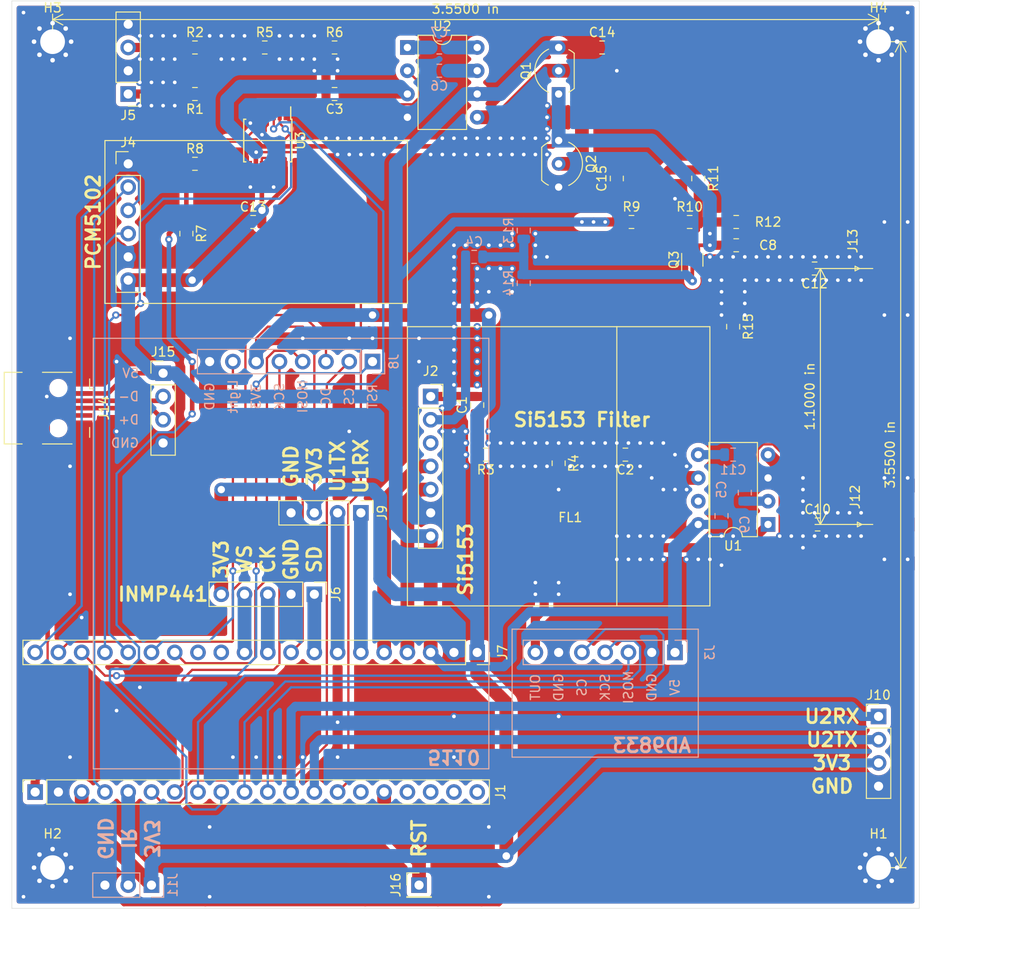
<source format=kicad_pcb>
(kicad_pcb (version 20171130) (host pcbnew 5.1.4+dfsg1-1)
  (layers (0 F.Cu signal) (31 B.Cu signal) (34 B.Paste user) (35 F.Paste user) (36 B.SilkS user) (37 F.SilkS user) (38 B.Mask user) (39 F.Mask user) (44 Edge.Cuts user))
  (net 0 "")
  (net 1 GND)
  (net 2 "Net-(J1-Pad20)")
  (net 3 /LED)
  (net 4 "Net-(J1-Pad18)")
  (net 5 "Net-(J1-Pad17)")
  (net 6 "Net-(J1-Pad15)")
  (net 7 /FBBFin)
  (net 8 /USART2_TX)
  (net 9 /USART2_RX)
  (net 10 /SS_AD9833)
  (net 11 /SCLK_0)
  (net 12 /FBBFout)
  (net 13 /MOSI_0)
  (net 14 /SPI5_SCK)
  (net 15 /SPI5_NSS)
  (net 16 /I2Sa_CK)
  (net 17 +3V3)
  (net 18 +5V)
  (net 19 /SDA_0)
  (net 20 /SCL_0)
  (net 21 "Net-(J2-Pad3)")
  (net 22 /Clk1_Fi)
  (net 23 /Clk0_Fi)
  (net 24 /MClk_Fi)
  (net 25 /I2Sa_SD)
  (net 26 /I2Sa_WS)
  (net 27 /OutL)
  (net 28 /OutR)
  (net 29 /I2Sb_CK)
  (net 30 /I2Sb_WS)
  (net 31 /I2Sb_SD)
  (net 32 /USART1_TX)
  (net 33 /SPI5_MOSI)
  (net 34 "Net-(J7-Pad13)")
  (net 35 "Net-(J7-Pad12)")
  (net 36 /USART1_RX)
  (net 37 "Net-(Q1-Pad2)")
  (net 38 "Net-(C4-Pad1)")
  (net 39 /BF_IN_AM)
  (net 40 "Net-(C1-Pad1)")
  (net 41 "Net-(C2-Pad2)")
  (net 42 "Net-(C3-Pad2)")
  (net 43 "Net-(U1-Pad7)")
  (net 44 /Clk0_Fo)
  (net 45 /IN_A_Out)
  (net 46 /RST)
  (net 47 /IR_IN)
  (net 48 /Nokia_DC)
  (net 49 /Nokia_RST)
  (net 50 /SCL_1)
  (net 51 /Nokia_Light)
  (net 52 /SDA_1)
  (net 53 "/AM Module/H1")
  (net 54 "/AM Module/W1")
  (net 55 "Net-(U3-Pad11)")
  (net 56 /AM_Out)
  (net 57 "Net-(J14-Pad4)")
  (net 58 /D+)
  (net 59 /D-)
  (net 60 "Net-(C5-Pad1)")
  (net 61 "Net-(C6-Pad2)")
  (net 62 "Net-(C7-Pad2)")
  (net 63 "Net-(C7-Pad1)")
  (net 64 /FM_Out)
  (net 65 "Net-(C10-Pad1)")
  (net 66 "Net-(C11-Pad1)")
  (net 67 "Net-(C12-Pad2)")
  (net 68 "Net-(Q3-Pad6)")
  (net 69 "Net-(Q3-Pad5)")
  (module Package_TO_SOT_SMD:SOT-363_SC-70-6 (layer F.Cu) (at 122.54 84.14 90)
    (fp_text reference Q3 (at 0 -2 90) (layer F.SilkS))
    (fp_text value MMDT3946)
    (pad 6 smd rect (at 0.95 -0.65 90) (size 0.65 0.4) (layers F.Cu F.Paste F.Mask) (net 68 "Net-(Q3-Pad6)"))
    (pad 4 smd rect (at 0.95 0.65 90) (size 0.65 0.4) (layers F.Cu F.Paste F.Mask) (net 53 "/AM Module/H1"))
    (pad 2 smd rect (at -0.95 0 90) (size 0.65 0.4) (layers F.Cu F.Paste F.Mask) (net 38 "Net-(C4-Pad1)"))
    (pad 5 smd rect (at 0.95 0 90) (size 0.65 0.4) (layers F.Cu F.Paste F.Mask) (net 69 "Net-(Q3-Pad5)"))
    (pad 3 smd rect (at -0.95 0.65 90) (size 0.65 0.4) (layers F.Cu F.Paste F.Mask) (net 67 "Net-(C12-Pad2)"))
    (pad 1 smd rect (at -0.95 -0.65 90) (size 0.65 0.4) (layers F.Cu F.Paste F.Mask) (net 1 GND))
  )
  (module Capacitor_SMD:C_0805_2012Metric (layer F.Cu) (at 114.3 75.2625 90)
    (fp_text reference C15 (at 0 -1.65 -90) (layer F.SilkS))
    (fp_text value C)
    (pad 2 smd roundrect (at 0.9375 0 90) (size 0.975 1.4) (layers F.Cu F.Paste F.Mask) (net 1 GND))
    (pad 1 smd roundrect (at -0.9375 0 90) (size 0.975 1.4) (layers F.Cu F.Paste F.Mask) (net 18 +5V))
  )
  (module Capacitor_SMD:C_0805_2012Metric (layer F.Cu) (at 112.6975 60.96)
    (fp_text reference C14 (at 0 -1.65) (layer F.SilkS))
    (fp_text value C)
    (pad 2 smd roundrect (at 0.9375 0) (size 0.975 1.4) (layers F.Cu F.Paste F.Mask) (net 1 GND))
    (pad 1 smd roundrect (at -0.9375 0) (size 0.975 1.4) (layers F.Cu F.Paste F.Mask) (net 18 +5V))
  )
  (module Capacitor_SMD:C_0805_2012Metric (layer F.Cu) (at 74.5975 80.01)
    (fp_text reference C13 (at 0 -1.65) (layer F.SilkS))
    (fp_text value C)
    (pad 2 smd roundrect (at 0.9375 0) (size 0.975 1.4) (layers F.Cu F.Paste F.Mask) (net 18 +5V))
    (pad 1 smd roundrect (at -0.9375 0) (size 0.975 1.4) (layers F.Cu F.Paste F.Mask) (net 1 GND))
  )
  (module Resistor_SMD:R_0805_2012Metric (layer F.Cu) (at 127 91.44 270)
    (fp_text reference R15 (at 0 -1.65 90) (layer F.SilkS))
    (fp_text value R)
    (pad 2 smd roundrect (at 0.9375 0 270) (size 0.975 1.4) (layers F.Cu F.Paste F.Mask) (net 1 GND))
    (pad 1 smd roundrect (at -0.9375 0 270) (size 0.975 1.4) (layers F.Cu F.Paste F.Mask) (net 67 "Net-(C12-Pad2)"))
  )
  (module Capacitor_SMD:C_0805_2012Metric (layer F.Cu) (at 135.89 85.09 180)
    (fp_text reference C12 (at 0 -1.65) (layer F.SilkS))
    (fp_text value C)
    (pad 2 smd roundrect (at 0.9375 0 180) (size 0.975 1.4) (layers F.Cu F.Paste F.Mask) (net 67 "Net-(C12-Pad2)"))
    (pad 1 smd roundrect (at -0.9375 0 180) (size 0.975 1.4) (layers F.Cu F.Paste F.Mask) (net 56 /AM_Out))
  )
  (module MountingHole:MountingHole_2.7mm_M2.5_Pad_Via (layer F.Cu) (at 142.875 60.325)
    (fp_text reference H4 (at 0 -3.7) (layer F.SilkS))
    (fp_text value MountingHole_Pad)
    (pad 1 thru_hole circle (at 1.431891 -1.431891) (size 0.8 0.8) (drill 0.5) (layers *.Cu *.Mask) (net 1 GND))
    (pad 1 thru_hole circle (at 0 -2.025) (size 0.8 0.8) (drill 0.5) (layers *.Cu *.Mask) (net 1 GND))
    (pad 1 thru_hole circle (at -1.431891 -1.431891) (size 0.8 0.8) (drill 0.5) (layers *.Cu *.Mask) (net 1 GND))
    (pad 1 thru_hole circle (at -2.025 0) (size 0.8 0.8) (drill 0.5) (layers *.Cu *.Mask) (net 1 GND))
    (pad 1 thru_hole circle (at -1.431891 1.431891) (size 0.8 0.8) (drill 0.5) (layers *.Cu *.Mask) (net 1 GND))
    (pad 1 thru_hole circle (at 0 2.025) (size 0.8 0.8) (drill 0.5) (layers *.Cu *.Mask) (net 1 GND))
    (pad 1 thru_hole circle (at 1.431891 1.431891) (size 0.8 0.8) (drill 0.5) (layers *.Cu *.Mask) (net 1 GND))
    (pad 1 thru_hole circle (at 2.025 0) (size 0.8 0.8) (drill 0.5) (layers *.Cu *.Mask) (net 1 GND))
    (pad 1 thru_hole circle (at 0 0) (size 5.4 5.4) (drill 2.7) (layers *.Cu *.Mask) (net 1 GND))
  )
  (module MountingHole:MountingHole_2.7mm_M2.5_Pad_Via (layer F.Cu) (at 52.705 60.325)
    (fp_text reference H3 (at 0 -3.7) (layer F.SilkS))
    (fp_text value MountingHole_Pad)
    (pad 1 thru_hole circle (at 1.431891 -1.431891) (size 0.8 0.8) (drill 0.5) (layers *.Cu *.Mask) (net 1 GND))
    (pad 1 thru_hole circle (at 0 -2.025) (size 0.8 0.8) (drill 0.5) (layers *.Cu *.Mask) (net 1 GND))
    (pad 1 thru_hole circle (at -1.431891 -1.431891) (size 0.8 0.8) (drill 0.5) (layers *.Cu *.Mask) (net 1 GND))
    (pad 1 thru_hole circle (at -2.025 0) (size 0.8 0.8) (drill 0.5) (layers *.Cu *.Mask) (net 1 GND))
    (pad 1 thru_hole circle (at -1.431891 1.431891) (size 0.8 0.8) (drill 0.5) (layers *.Cu *.Mask) (net 1 GND))
    (pad 1 thru_hole circle (at 0 2.025) (size 0.8 0.8) (drill 0.5) (layers *.Cu *.Mask) (net 1 GND))
    (pad 1 thru_hole circle (at 1.431891 1.431891) (size 0.8 0.8) (drill 0.5) (layers *.Cu *.Mask) (net 1 GND))
    (pad 1 thru_hole circle (at 2.025 0) (size 0.8 0.8) (drill 0.5) (layers *.Cu *.Mask) (net 1 GND))
    (pad 1 thru_hole circle (at 0 0) (size 5.4 5.4) (drill 2.7) (layers *.Cu *.Mask) (net 1 GND))
  )
  (module MountingHole:MountingHole_2.7mm_M2.5_Pad_Via (layer F.Cu) (at 52.705 150.495)
    (fp_text reference H2 (at 0 -3.7) (layer F.SilkS))
    (fp_text value MountingHole_Pad)
    (pad 1 thru_hole circle (at 1.431891 -1.431891) (size 0.8 0.8) (drill 0.5) (layers *.Cu *.Mask) (net 1 GND))
    (pad 1 thru_hole circle (at 0 -2.025) (size 0.8 0.8) (drill 0.5) (layers *.Cu *.Mask) (net 1 GND))
    (pad 1 thru_hole circle (at -1.431891 -1.431891) (size 0.8 0.8) (drill 0.5) (layers *.Cu *.Mask) (net 1 GND))
    (pad 1 thru_hole circle (at -2.025 0) (size 0.8 0.8) (drill 0.5) (layers *.Cu *.Mask) (net 1 GND))
    (pad 1 thru_hole circle (at -1.431891 1.431891) (size 0.8 0.8) (drill 0.5) (layers *.Cu *.Mask) (net 1 GND))
    (pad 1 thru_hole circle (at 0 2.025) (size 0.8 0.8) (drill 0.5) (layers *.Cu *.Mask) (net 1 GND))
    (pad 1 thru_hole circle (at 1.431891 1.431891) (size 0.8 0.8) (drill 0.5) (layers *.Cu *.Mask) (net 1 GND))
    (pad 1 thru_hole circle (at 2.025 0) (size 0.8 0.8) (drill 0.5) (layers *.Cu *.Mask) (net 1 GND))
    (pad 1 thru_hole circle (at 0 0) (size 5.4 5.4) (drill 2.7) (layers *.Cu *.Mask) (net 1 GND))
  )
  (module MountingHole:MountingHole_2.7mm_M2.5_Pad_Via (layer F.Cu) (at 142.875 150.495)
    (fp_text reference H1 (at 0 -3.7) (layer F.SilkS))
    (fp_text value MountingHole_Pad)
    (pad 1 thru_hole circle (at 1.431891 -1.431891) (size 0.8 0.8) (drill 0.5) (layers *.Cu *.Mask) (net 1 GND))
    (pad 1 thru_hole circle (at 0 -2.025) (size 0.8 0.8) (drill 0.5) (layers *.Cu *.Mask) (net 1 GND))
    (pad 1 thru_hole circle (at -1.431891 -1.431891) (size 0.8 0.8) (drill 0.5) (layers *.Cu *.Mask) (net 1 GND))
    (pad 1 thru_hole circle (at -2.025 0) (size 0.8 0.8) (drill 0.5) (layers *.Cu *.Mask) (net 1 GND))
    (pad 1 thru_hole circle (at -1.431891 1.431891) (size 0.8 0.8) (drill 0.5) (layers *.Cu *.Mask) (net 1 GND))
    (pad 1 thru_hole circle (at 0 2.025) (size 0.8 0.8) (drill 0.5) (layers *.Cu *.Mask) (net 1 GND))
    (pad 1 thru_hole circle (at 1.431891 1.431891) (size 0.8 0.8) (drill 0.5) (layers *.Cu *.Mask) (net 1 GND))
    (pad 1 thru_hole circle (at 2.025 0) (size 0.8 0.8) (drill 0.5) (layers *.Cu *.Mask) (net 1 GND))
    (pad 1 thru_hole circle (at 0 0) (size 5.4 5.4) (drill 2.7) (layers *.Cu *.Mask) (net 1 GND))
  )
  (module Connector_PinHeader_2.54mm:PinHeader_1x05_P2.54mm_Vertical (layer F.Cu) (at 81.28 120.65 270)
    (fp_text reference J6 (at 0 -2.33 90) (layer F.SilkS))
    (fp_text value Conn_01x05_Female)
    (pad 5 thru_hole oval (at 0 10.16 270) (size 1.7 1.7) (drill 1) (layers *.Cu *.Mask) (net 17 +3V3))
    (pad 4 thru_hole oval (at 0 7.62 270) (size 1.7 1.7) (drill 1) (layers *.Cu *.Mask) (net 30 /I2Sb_WS))
    (pad 3 thru_hole oval (at 0 5.08 270) (size 1.7 1.7) (drill 1) (layers *.Cu *.Mask) (net 29 /I2Sb_CK))
    (pad 2 thru_hole oval (at 0 2.54 270) (size 1.7 1.7) (drill 1) (layers *.Cu *.Mask) (net 1 GND))
    (pad 1 thru_hole rect (at 0 0 270) (size 1.7 1.7) (drill 1) (layers *.Cu *.Mask) (net 31 /I2Sb_SD))
  )
  (module Capacitor_SMD:C_0805_2012Metric (layer B.Cu) (at 127 105.41)
    (fp_text reference C11 (at 0 1.65) (layer B.SilkS) (effects (justify mirror)))
    (fp_text value C)
    (pad 2 smd roundrect (at 0.9375 0) (size 0.975 1.4) (layers B.Cu B.Paste B.Mask) (net 1 GND))
    (pad 1 smd roundrect (at -0.9375 0) (size 0.975 1.4) (layers B.Cu B.Paste B.Mask) (net 66 "Net-(C11-Pad1)"))
  )
  (module Capacitor_SMD:C_0805_2012Metric (layer F.Cu) (at 136.2225 113.03)
    (fp_text reference C10 (at 0 -1.65) (layer F.SilkS))
    (fp_text value C)
    (pad 2 smd roundrect (at 0.9375 0) (size 0.975 1.4) (layers F.Cu F.Paste F.Mask) (net 64 /FM_Out))
    (pad 1 smd roundrect (at -0.9375 0) (size 0.975 1.4) (layers F.Cu F.Paste F.Mask) (net 65 "Net-(C10-Pad1)"))
  )
  (module Connector_PinHeader_2.54mm:PinHeader_1x01_P2.54mm_Vertical (layer F.Cu) (at 92.71 152.4)
    (fp_text reference J16 (at -2.54 0 90) (layer F.SilkS))
    (fp_text value Conn_01x01_Female)
    (pad 1 thru_hole rect (at 0 0) (size 1.7 1.7) (drill 1) (layers *.Cu *.Mask) (net 46 /RST))
  )
  (module Capacitor_SMD:C_0805_2012Metric (layer B.Cu) (at 125.73 112.0925 90)
    (fp_text reference C9 (at -0.9375 2.54 90) (layer B.SilkS) (effects (justify mirror)))
    (fp_text value 100n)
    (pad 2 smd roundrect (at 0.9375 0 90) (size 0.975 1.4) (layers B.Cu B.Paste B.Mask) (net 1 GND))
    (pad 1 smd roundrect (at -0.9375 0 90) (size 0.975 1.4) (layers B.Cu B.Paste B.Mask) (net 18 +5V))
  )
  (module Resistor_SMD:R_0805_2012Metric (layer F.Cu) (at 127.3325 80.01)
    (fp_text reference R12 (at 3.4775 0) (layer F.SilkS))
    (fp_text value R)
    (pad 2 smd roundrect (at 0.9375 0) (size 0.975 1.4) (layers F.Cu F.Paste F.Mask) (net 1 GND))
    (pad 1 smd roundrect (at -0.9375 0) (size 0.975 1.4) (layers F.Cu F.Paste F.Mask) (net 69 "Net-(Q3-Pad5)"))
  )
  (module Resistor_SMD:R_0805_2012Metric (layer F.Cu) (at 123.19 75.2625 270)
    (fp_text reference R11 (at 0 -1.65 90) (layer F.SilkS))
    (fp_text value R)
    (pad 2 smd roundrect (at 0.9375 0 270) (size 0.975 1.4) (layers F.Cu F.Paste F.Mask) (net 69 "Net-(Q3-Pad5)"))
    (pad 1 smd roundrect (at -0.9375 0 270) (size 0.975 1.4) (layers F.Cu F.Paste F.Mask) (net 18 +5V))
  )
  (module Resistor_SMD:R_0805_2012Metric (layer F.Cu) (at 122.2525 80.01)
    (fp_text reference R10 (at 0 -1.65) (layer F.SilkS))
    (fp_text value R)
    (pad 2 smd roundrect (at 0.9375 0) (size 0.975 1.4) (layers F.Cu F.Paste F.Mask) (net 69 "Net-(Q3-Pad5)"))
    (pad 1 smd roundrect (at -0.9375 0) (size 0.975 1.4) (layers F.Cu F.Paste F.Mask) (net 68 "Net-(Q3-Pad6)"))
  )
  (module Resistor_SMD:R_0805_2012Metric (layer F.Cu) (at 115.9025 80.01)
    (fp_text reference R9 (at 0 -1.65) (layer F.SilkS))
    (fp_text value R)
    (pad 2 smd roundrect (at 0.9375 0) (size 0.975 1.4) (layers F.Cu F.Paste F.Mask) (net 68 "Net-(Q3-Pad6)"))
    (pad 1 smd roundrect (at -0.9375 0) (size 0.975 1.4) (layers F.Cu F.Paste F.Mask) (net 18 +5V))
  )
  (module Capacitor_SMD:C_0805_2012Metric (layer F.Cu) (at 127.3325 82.55)
    (fp_text reference C8 (at 3.4775 0 180) (layer F.SilkS))
    (fp_text value C)
    (pad 2 smd roundrect (at 0.9375 0) (size 0.975 1.4) (layers F.Cu F.Paste F.Mask) (net 1 GND))
    (pad 1 smd roundrect (at -0.9375 0) (size 0.975 1.4) (layers F.Cu F.Paste F.Mask) (net 53 "/AM Module/H1"))
  )
  (module Package_DIP:DIP-8_W7.62mm (layer F.Cu) (at 91.44 60.96)
    (fp_text reference U2 (at 3.81 -2.33) (layer F.SilkS))
    (fp_text value LM386)
    (pad 8 thru_hole oval (at 7.62 0) (size 1.6 1.6) (drill 0.8) (layers *.Cu *.Mask) (net 63 "Net-(C7-Pad1)"))
    (pad 4 thru_hole oval (at 0 7.62) (size 1.6 1.6) (drill 0.8) (layers *.Cu *.Mask) (net 1 GND))
    (pad 7 thru_hole oval (at 7.62 2.54) (size 1.6 1.6) (drill 0.8) (layers *.Cu *.Mask) (net 61 "Net-(C6-Pad2)"))
    (pad 3 thru_hole oval (at 0 5.08) (size 1.6 1.6) (drill 0.8) (layers *.Cu *.Mask) (net 7 /FBBFin))
    (pad 6 thru_hole oval (at 7.62 5.08) (size 1.6 1.6) (drill 0.8) (layers *.Cu *.Mask) (net 18 +5V))
    (pad 2 thru_hole oval (at 0 2.54) (size 1.6 1.6) (drill 0.8) (layers *.Cu *.Mask) (net 54 "/AM Module/W1"))
    (pad 5 thru_hole oval (at 7.62 7.62) (size 1.6 1.6) (drill 0.8) (layers *.Cu *.Mask) (net 37 "Net-(Q1-Pad2)"))
    (pad 1 thru_hole rect (at 0 0) (size 1.6 1.6) (drill 0.8) (layers *.Cu *.Mask) (net 62 "Net-(C7-Pad2)"))
  )
  (module Capacitor_SMD:C_0805_2012Metric (layer B.Cu) (at 94.9175 60.96 180)
    (fp_text reference C7 (at 0 1.65) (layer B.SilkS) (effects (justify mirror)))
    (fp_text value C)
    (pad 2 smd roundrect (at 0.9375 0 180) (size 0.975 1.4) (layers B.Cu B.Paste B.Mask) (net 62 "Net-(C7-Pad2)"))
    (pad 1 smd roundrect (at -0.9375 0 180) (size 0.975 1.4) (layers B.Cu B.Paste B.Mask) (net 63 "Net-(C7-Pad1)"))
  )
  (module Capacitor_SMD:C_0805_2012Metric (layer B.Cu) (at 94.9175 63.5)
    (fp_text reference C6 (at 0 1.65) (layer B.SilkS) (effects (justify mirror)))
    (fp_text value C)
    (pad 2 smd roundrect (at 0.9375 0) (size 0.975 1.4) (layers B.Cu B.Paste B.Mask) (net 61 "Net-(C6-Pad2)"))
    (pad 1 smd roundrect (at -0.9375 0) (size 0.975 1.4) (layers B.Cu B.Paste B.Mask) (net 1 GND))
  )
  (module Capacitor_SMD:C_0805_2012Metric (layer B.Cu) (at 128.27 109.5525 90)
    (fp_text reference C5 (at 0.3325 -2.54 270) (layer B.SilkS) (effects (justify mirror)))
    (fp_text value C)
    (pad 2 smd roundrect (at 0.9375 0 90) (size 0.975 1.4) (layers B.Cu B.Paste B.Mask) (net 1 GND))
    (pad 1 smd roundrect (at -0.9375 0 90) (size 0.975 1.4) (layers B.Cu B.Paste B.Mask) (net 60 "Net-(C5-Pad1)"))
  )
  (module Connector_PinHeader_2.54mm:PinHeader_1x04_P2.54mm_Vertical (layer F.Cu) (at 64.77 96.52)
    (fp_text reference J15 (at 0 -2.33) (layer F.SilkS))
    (fp_text value Conn_01x04_Female)
    (pad 4 thru_hole oval (at 0 7.62) (size 1.7 1.7) (drill 1) (layers *.Cu *.Mask) (net 1 GND))
    (pad 3 thru_hole oval (at 0 5.08) (size 1.7 1.7) (drill 1) (layers *.Cu *.Mask) (net 58 /D+))
    (pad 2 thru_hole oval (at 0 2.54) (size 1.7 1.7) (drill 1) (layers *.Cu *.Mask) (net 59 /D-))
    (pad 1 thru_hole rect (at 0 0) (size 1.7 1.7) (drill 1) (layers *.Cu *.Mask) (net 18 +5V))
  )
  (module Connector_USB:USB_Mini-B_Lumberg_2486_01_Horizontal (layer F.Cu) (at 53.34 100.33 270)
    (fp_text reference J14 (at 0 -5 90) (layer F.SilkS))
    (fp_text value USB_B_Mini)
    (pad "" np_thru_hole circle (at 2.2 0 270) (size 1 1) (drill 1) (layers *.Cu *.Mask))
    (pad "" np_thru_hole circle (at -2.2 0 270) (size 1 1) (drill 1) (layers *.Cu *.Mask))
    (pad 6 smd rect (at 4.45 2.85 270) (size 2 1.7) (layers F.Cu F.Paste F.Mask) (net 1 GND))
    (pad 6 smd rect (at 4.45 -2.6 270) (size 2 1.7) (layers F.Cu F.Paste F.Mask) (net 1 GND))
    (pad 6 smd rect (at -4.45 2.85 270) (size 2 1.7) (layers F.Cu F.Paste F.Mask) (net 1 GND))
    (pad 6 smd rect (at -4.45 -2.6 270) (size 2 1.7) (layers F.Cu F.Paste F.Mask) (net 1 GND))
    (pad 5 smd rect (at 1.6 -2.7 270) (size 0.5 2) (layers F.Cu F.Paste F.Mask) (net 1 GND))
    (pad 4 smd rect (at 0.8 -2.7 270) (size 0.5 2) (layers F.Cu F.Paste F.Mask) (net 57 "Net-(J14-Pad4)"))
    (pad 3 smd rect (at 0 -2.7 270) (size 0.5 2) (layers F.Cu F.Paste F.Mask) (net 58 /D+))
    (pad 2 smd rect (at -0.8 -2.7 270) (size 0.5 2) (layers F.Cu F.Paste F.Mask) (net 59 /D-))
    (pad 1 smd rect (at -1.6 -2.7 270) (size 0.5 2) (layers F.Cu F.Paste F.Mask) (net 18 +5V))
  )
  (module Connector_Coaxial:SMA_Amphenol_132289_EdgeMount (layer F.Cu) (at 144.018 85.09)
    (fp_text reference J13 (at -3.96 -3 90) (layer F.SilkS))
    (fp_text value Conn_Coaxial)
    (pad 1 smd rect (at 0 0 90) (size 1.5 5.08) (layers F.Cu F.Paste F.Mask) (net 56 /AM_Out))
    (pad 2 smd rect (at 0 -4.25 90) (size 1.5 5.08) (layers F.Cu F.Paste F.Mask) (net 1 GND))
    (pad 2 smd rect (at 0 4.25 90) (size 1.5 5.08) (layers F.Cu F.Paste F.Mask) (net 1 GND))
    (pad 2 smd rect (at 0 -4.25 90) (size 1.5 5.08) (layers B.Cu B.Paste B.Mask) (net 1 GND))
    (pad 2 smd rect (at 0 4.25 90) (size 1.5 5.08) (layers B.Cu B.Paste B.Mask) (net 1 GND))
  )
  (module Connector_Coaxial:SMA_Amphenol_132289_EdgeMount (layer F.Cu) (at 144.272 113.03)
    (fp_text reference J12 (at -3.96 -3 90) (layer F.SilkS))
    (fp_text value Conn_Coaxial)
    (pad 1 smd rect (at 0 0 90) (size 1.5 5.08) (layers F.Cu F.Paste F.Mask) (net 64 /FM_Out))
    (pad 2 smd rect (at 0 -4.25 90) (size 1.5 5.08) (layers F.Cu F.Paste F.Mask) (net 1 GND))
    (pad 2 smd rect (at 0 4.25 90) (size 1.5 5.08) (layers F.Cu F.Paste F.Mask) (net 1 GND))
    (pad 2 smd rect (at 0 -4.25 90) (size 1.5 5.08) (layers B.Cu B.Paste B.Mask) (net 1 GND))
    (pad 2 smd rect (at 0 4.25 90) (size 1.5 5.08) (layers B.Cu B.Paste B.Mask) (net 1 GND))
  )
  (module Connector_PinHeader_2.54mm:PinHeader_1x03_P2.54mm_Vertical (layer B.Cu) (at 63.5 152.4 90)
    (fp_text reference J11 (at 0 2.33 270) (layer B.SilkS) (effects (justify mirror)))
    (fp_text value Conn_01x03_Female)
    (pad 3 thru_hole oval (at 0 -5.08 90) (size 1.7 1.7) (drill 1) (layers *.Cu *.Mask) (net 1 GND))
    (pad 2 thru_hole oval (at 0 -2.54 90) (size 1.7 1.7) (drill 1) (layers *.Cu *.Mask) (net 47 /IR_IN))
    (pad 1 thru_hole rect (at 0 0 90) (size 1.7 1.7) (drill 1) (layers *.Cu *.Mask) (net 17 +3V3))
  )
  (module Connector_PinHeader_2.54mm:PinHeader_1x04_P2.54mm_Vertical (layer F.Cu) (at 142.875 133.985)
    (fp_text reference J10 (at 0 -2.33) (layer F.SilkS))
    (fp_text value Conn_01x04_Female)
    (pad 4 thru_hole oval (at 0 7.62) (size 1.7 1.7) (drill 1) (layers *.Cu *.Mask) (net 1 GND))
    (pad 3 thru_hole oval (at 0 5.08) (size 1.7 1.7) (drill 1) (layers *.Cu *.Mask) (net 17 +3V3))
    (pad 2 thru_hole oval (at 0 2.54) (size 1.7 1.7) (drill 1) (layers *.Cu *.Mask) (net 8 /USART2_TX))
    (pad 1 thru_hole rect (at 0 0) (size 1.7 1.7) (drill 1) (layers *.Cu *.Mask) (net 9 /USART2_RX))
  )
  (module Connector_PinHeader_2.54mm:PinHeader_1x04_P2.54mm_Vertical (layer F.Cu) (at 86.36 111.76 270)
    (fp_text reference J9 (at 0 -2.33 90) (layer F.SilkS))
    (fp_text value Conn_01x04_Female)
    (pad 4 thru_hole oval (at 0 7.62 270) (size 1.7 1.7) (drill 1) (layers *.Cu *.Mask) (net 1 GND))
    (pad 3 thru_hole oval (at 0 5.08 270) (size 1.7 1.7) (drill 1) (layers *.Cu *.Mask) (net 17 +3V3))
    (pad 2 thru_hole oval (at 0 2.54 270) (size 1.7 1.7) (drill 1) (layers *.Cu *.Mask) (net 32 /USART1_TX))
    (pad 1 thru_hole rect (at 0 0 270) (size 1.7 1.7) (drill 1) (layers *.Cu *.Mask) (net 36 /USART1_RX))
  )
  (module Connector_PinHeader_2.54mm:PinHeader_1x08_P2.54mm_Vertical (layer B.Cu) (at 87.63 95.25 90)
    (fp_text reference J8 (at 0 2.33 -90) (layer B.SilkS) (effects (justify mirror)))
    (fp_text value Conn_01x08_Female)
    (pad 8 thru_hole oval (at 0 -17.78 90) (size 1.7 1.7) (drill 1) (layers *.Cu *.Mask) (net 1 GND))
    (pad 7 thru_hole oval (at 0 -15.24 90) (size 1.7 1.7) (drill 1) (layers *.Cu *.Mask) (net 51 /Nokia_Light))
    (pad 6 thru_hole oval (at 0 -12.7 90) (size 1.7 1.7) (drill 1) (layers *.Cu *.Mask) (net 17 +3V3))
    (pad 5 thru_hole oval (at 0 -10.16 90) (size 1.7 1.7) (drill 1) (layers *.Cu *.Mask) (net 14 /SPI5_SCK))
    (pad 4 thru_hole oval (at 0 -7.62 90) (size 1.7 1.7) (drill 1) (layers *.Cu *.Mask) (net 33 /SPI5_MOSI))
    (pad 3 thru_hole oval (at 0 -5.08 90) (size 1.7 1.7) (drill 1) (layers *.Cu *.Mask) (net 48 /Nokia_DC))
    (pad 2 thru_hole oval (at 0 -2.54 90) (size 1.7 1.7) (drill 1) (layers *.Cu *.Mask) (net 15 /SPI5_NSS))
    (pad 1 thru_hole rect (at 0 0 90) (size 1.7 1.7) (drill 1) (layers *.Cu *.Mask) (net 49 /Nokia_RST))
  )
  (module Capacitor_SMD:C_0805_2012Metric (layer B.Cu) (at 98.7275 83.82 180)
    (fp_text reference C4 (at 0 1.65) (layer B.SilkS) (effects (justify mirror)))
    (fp_text value C)
    (pad 2 smd roundrect (at 0.9375 0 180) (size 0.975 1.4) (layers B.Cu B.Paste B.Mask) (net 22 /Clk1_Fi))
    (pad 1 smd roundrect (at -0.9375 0 180) (size 0.975 1.4) (layers B.Cu B.Paste B.Mask) (net 38 "Net-(C4-Pad1)"))
  )
  (module Capacitor_SMD:C_0805_2012Metric (layer F.Cu) (at 83.4875 66.04 180)
    (fp_text reference C3 (at 0 -1.65) (layer F.SilkS))
    (fp_text value C)
    (pad 2 smd roundrect (at 0.9375 0 180) (size 0.975 1.4) (layers F.Cu F.Paste F.Mask) (net 42 "Net-(C3-Pad2)"))
    (pad 1 smd roundrect (at -0.9375 0 180) (size 0.975 1.4) (layers F.Cu F.Paste F.Mask) (net 7 /FBBFin))
  )
  (module Capacitor_SMD:C_0805_2012Metric (layer F.Cu) (at 115.2375 105.41 180)
    (fp_text reference C2 (at 0 -1.65) (layer F.SilkS))
    (fp_text value 100n)
    (pad 2 smd roundrect (at 0.9375 0 180) (size 0.975 1.4) (layers F.Cu F.Paste F.Mask) (net 41 "Net-(C2-Pad2)"))
    (pad 1 smd roundrect (at -0.9375 0 180) (size 0.975 1.4) (layers F.Cu F.Paste F.Mask) (net 44 /Clk0_Fo))
  )
  (module Capacitor_SMD:C_0805_2012Metric (layer F.Cu) (at 99.06 99.9975 90)
    (fp_text reference C1 (at 0 -1.65 90) (layer F.SilkS))
    (fp_text value 100n)
    (pad 2 smd roundrect (at 0.9375 0 90) (size 0.975 1.4) (layers F.Cu F.Paste F.Mask) (net 23 /Clk0_Fi))
    (pad 1 smd roundrect (at -0.9375 0 90) (size 0.975 1.4) (layers F.Cu F.Paste F.Mask) (net 40 "Net-(C1-Pad1)"))
  )
  (module Package_SO:TSSOP-14_4.4x5mm_P0.65mm (layer F.Cu) (at 76.2 71.12 270)
    (fp_text reference U3 (at 0 -3.55 90) (layer F.SilkS))
    (fp_text value MCP4651)
    (pad 14 smd rect (at 2.95 -1.95 270) (size 1.45 0.45) (layers F.Cu F.Paste F.Mask) (net 18 +5V))
    (pad 13 smd rect (at 2.95 -1.3 270) (size 1.45 0.45) (layers F.Cu F.Paste F.Mask) (net 1 GND))
    (pad 12 smd rect (at 2.95 -0.65 270) (size 1.45 0.45) (layers F.Cu F.Paste F.Mask) (net 1 GND))
    (pad 11 smd rect (at 2.95 0 270) (size 1.45 0.45) (layers F.Cu F.Paste F.Mask) (net 55 "Net-(U3-Pad11)"))
    (pad 10 smd rect (at 2.95 0.65 270) (size 1.45 0.45) (layers F.Cu F.Paste F.Mask) (net 18 +5V))
    (pad 9 smd rect (at 2.95 1.3 270) (size 1.45 0.45) (layers F.Cu F.Paste F.Mask) (net 7 /FBBFin))
    (pad 8 smd rect (at 2.95 1.95 270) (size 1.45 0.45) (layers F.Cu F.Paste F.Mask) (net 1 GND))
    (pad 7 smd rect (at -2.95 1.95 270) (size 1.45 0.45) (layers F.Cu F.Paste F.Mask) (net 1 GND))
    (pad 6 smd rect (at -2.95 1.3 270) (size 1.45 0.45) (layers F.Cu F.Paste F.Mask) (net 54 "/AM Module/W1"))
    (pad 5 smd rect (at -2.95 0.65 270) (size 1.45 0.45) (layers F.Cu F.Paste F.Mask) (net 53 "/AM Module/H1"))
    (pad 4 smd rect (at -2.95 0 270) (size 1.45 0.45) (layers F.Cu F.Paste F.Mask) (net 1 GND))
    (pad 3 smd rect (at -2.95 -0.65 270) (size 1.45 0.45) (layers F.Cu F.Paste F.Mask) (net 52 /SDA_1))
    (pad 2 smd rect (at -2.95 -1.3 270) (size 1.45 0.45) (layers F.Cu F.Paste F.Mask) (net 50 /SCL_1))
    (pad 1 smd rect (at -2.95 -1.95 270) (size 1.45 0.45) (layers F.Cu F.Paste F.Mask) (net 1 GND))
  )
  (module Package_TO_SOT_THT:TO-92_Inline_Wide (layer F.Cu) (at 107.95 71.12 270)
    (fp_text reference Q2 (at 2.54 -3.56 90) (layer F.SilkS))
    (fp_text value 2N3906)
    (pad 1 thru_hole rect (at 0 0) (size 1.5 1.5) (drill 0.8) (layers *.Cu *.Mask) (net 53 "/AM Module/H1"))
    (pad 3 thru_hole circle (at 5.08 0) (size 1.5 1.5) (drill 0.8) (layers *.Cu *.Mask) (net 1 GND))
    (pad 2 thru_hole circle (at 2.54 0) (size 1.5 1.5) (drill 0.8) (layers *.Cu *.Mask) (net 37 "Net-(Q1-Pad2)"))
  )
  (module Package_TO_SOT_THT:TO-92L_Inline_Wide (layer F.Cu) (at 107.95 66.04 90)
    (fp_text reference Q1 (at 2.54 -3.56 90) (layer F.SilkS))
    (fp_text value 2N2219)
    (pad 1 thru_hole rect (at 0 0 180) (size 1.5 1.5) (drill 0.8) (layers *.Cu *.Mask) (net 53 "/AM Module/H1"))
    (pad 3 thru_hole circle (at 5.08 0 180) (size 1.5 1.5) (drill 0.8) (layers *.Cu *.Mask) (net 18 +5V))
    (pad 2 thru_hole circle (at 2.54 0 180) (size 1.5 1.5) (drill 0.8) (layers *.Cu *.Mask) (net 37 "Net-(Q1-Pad2)"))
  )
  (module Package_DIP:DIP-8_W7.62mm (layer F.Cu) (at 130.81 113.03 180)
    (fp_text reference U1 (at 3.81 -2.33) (layer F.SilkS))
    (fp_text value SA612A)
    (pad 8 thru_hole oval (at 7.62 0 180) (size 1.6 1.6) (drill 0.8) (layers *.Cu *.Mask) (net 18 +5V))
    (pad 4 thru_hole oval (at 0 7.62 180) (size 1.6 1.6) (drill 0.8) (layers *.Cu *.Mask) (net 65 "Net-(C10-Pad1)"))
    (pad 7 thru_hole oval (at 7.62 2.54 180) (size 1.6 1.6) (drill 0.8) (layers *.Cu *.Mask) (net 43 "Net-(U1-Pad7)"))
    (pad 3 thru_hole oval (at 0 5.08 180) (size 1.6 1.6) (drill 0.8) (layers *.Cu *.Mask) (net 1 GND))
    (pad 6 thru_hole oval (at 7.62 5.08 180) (size 1.6 1.6) (drill 0.8) (layers *.Cu *.Mask) (net 44 /Clk0_Fo))
    (pad 2 thru_hole oval (at 0 2.54 180) (size 1.6 1.6) (drill 0.8) (layers *.Cu *.Mask) (net 60 "Net-(C5-Pad1)"))
    (pad 5 thru_hole oval (at 7.62 7.62 180) (size 1.6 1.6) (drill 0.8) (layers *.Cu *.Mask) (net 66 "Net-(C11-Pad1)"))
    (pad 1 thru_hole rect (at 0 0 180) (size 1.6 1.6) (drill 0.8) (layers *.Cu *.Mask) (net 45 /IN_A_Out))
  )
  (module Resistor_SMD:R_0805_2012Metric (layer B.Cu) (at 104.14 86.6925 270)
    (fp_text reference R14 (at 0 1.65 270) (layer B.SilkS) (effects (justify mirror)))
    (fp_text value R)
    (pad 2 smd roundrect (at 0.9375 0 270) (size 0.975 1.4) (layers B.Cu B.Paste B.Mask) (net 1 GND))
    (pad 1 smd roundrect (at -0.9375 0 270) (size 0.975 1.4) (layers B.Cu B.Paste B.Mask) (net 38 "Net-(C4-Pad1)"))
  )
  (module Resistor_SMD:R_0805_2012Metric (layer B.Cu) (at 104.14 80.9475 270)
    (fp_text reference R13 (at 0 1.65 270) (layer B.SilkS) (effects (justify mirror)))
    (fp_text value R)
    (pad 2 smd roundrect (at 0.9375 0 270) (size 0.975 1.4) (layers B.Cu B.Paste B.Mask) (net 38 "Net-(C4-Pad1)"))
    (pad 1 smd roundrect (at -0.9375 0 270) (size 0.975 1.4) (layers B.Cu B.Paste B.Mask) (net 18 +5V))
  )
  (module Resistor_SMD:R_0805_2012Metric (layer F.Cu) (at 68.2475 73.66)
    (fp_text reference R8 (at 0 -1.65) (layer F.SilkS))
    (fp_text value R)
    (pad 2 smd roundrect (at 0.9375 0) (size 0.975 1.4) (layers F.Cu F.Paste F.Mask) (net 53 "/AM Module/H1"))
    (pad 1 smd roundrect (at -0.9375 0) (size 0.975 1.4) (layers F.Cu F.Paste F.Mask) (net 12 /FBBFout))
  )
  (module Resistor_SMD:R_0805_2012Metric (layer F.Cu) (at 67.31 81.28 270)
    (fp_text reference R7 (at 0 -1.65 90) (layer F.SilkS))
    (fp_text value R)
    (pad 2 smd roundrect (at 0.9375 0 270) (size 0.975 1.4) (layers F.Cu F.Paste F.Mask) (net 1 GND))
    (pad 1 smd roundrect (at -0.9375 0 270) (size 0.975 1.4) (layers F.Cu F.Paste F.Mask) (net 12 /FBBFout))
  )
  (module Resistor_SMD:R_0805_2012Metric (layer F.Cu) (at 83.4875 60.96)
    (fp_text reference R6 (at 0 -1.65) (layer F.SilkS))
    (fp_text value R)
    (pad 2 smd roundrect (at 0.9375 0) (size 0.975 1.4) (layers F.Cu F.Paste F.Mask) (net 1 GND))
    (pad 1 smd roundrect (at -0.9375 0) (size 0.975 1.4) (layers F.Cu F.Paste F.Mask) (net 42 "Net-(C3-Pad2)"))
  )
  (module Resistor_SMD:R_0805_2012Metric (layer F.Cu) (at 75.8675 60.96)
    (fp_text reference R5 (at 0 -1.65) (layer F.SilkS))
    (fp_text value R)
    (pad 2 smd roundrect (at 0.9375 0) (size 0.975 1.4) (layers F.Cu F.Paste F.Mask) (net 42 "Net-(C3-Pad2)"))
    (pad 1 smd roundrect (at -0.9375 0) (size 0.975 1.4) (layers F.Cu F.Paste F.Mask) (net 39 /BF_IN_AM))
  )
  (module Resistor_SMD:R_0805_2012Metric (layer F.Cu) (at 107.95 106.3475 270)
    (fp_text reference R4 (at 0 -1.65 90) (layer F.SilkS))
    (fp_text value 100)
    (pad 2 smd roundrect (at 0.9375 0 270) (size 0.975 1.4) (layers F.Cu F.Paste F.Mask) (net 1 GND))
    (pad 1 smd roundrect (at -0.9375 0 270) (size 0.975 1.4) (layers F.Cu F.Paste F.Mask) (net 41 "Net-(C2-Pad2)"))
  )
  (module Resistor_SMD:R_0805_2012Metric (layer F.Cu) (at 99.9975 105.41 180)
    (fp_text reference R3 (at 0 -1.65) (layer F.SilkS))
    (fp_text value 100)
    (pad 2 smd roundrect (at 0.9375 0 180) (size 0.975 1.4) (layers F.Cu F.Paste F.Mask) (net 40 "Net-(C1-Pad1)"))
    (pad 1 smd roundrect (at -0.9375 0 180) (size 0.975 1.4) (layers F.Cu F.Paste F.Mask) (net 41 "Net-(C2-Pad2)"))
  )
  (module Resistor_SMD:R_0805_2012Metric (layer F.Cu) (at 68.2475 60.96)
    (fp_text reference R2 (at 0 -1.65) (layer F.SilkS))
    (fp_text value R)
    (pad 2 smd roundrect (at 0.9375 0) (size 0.975 1.4) (layers F.Cu F.Paste F.Mask) (net 39 /BF_IN_AM))
    (pad 1 smd roundrect (at -0.9375 0) (size 0.975 1.4) (layers F.Cu F.Paste F.Mask) (net 27 /OutL))
  )
  (module Resistor_SMD:R_0805_2012Metric (layer F.Cu) (at 68.2475 66.04 180)
    (fp_text reference R1 (at 0 -1.65) (layer F.SilkS))
    (fp_text value R)
    (pad 2 smd roundrect (at 0.9375 0 180) (size 0.975 1.4) (layers F.Cu F.Paste F.Mask) (net 28 /OutR))
    (pad 1 smd roundrect (at -0.9375 0 180) (size 0.975 1.4) (layers F.Cu F.Paste F.Mask) (net 39 /BF_IN_AM))
  )
  (module Connector_PinSocket_2.54mm:PinSocket_1x20_P2.54mm_Vertical (layer F.Cu) (at 99.06 127 270)
    (fp_text reference J7 (at 0 -2.77 90) (layer F.SilkS))
    (fp_text value Conn_01x20_Female)
    (pad 20 thru_hole oval (at 0 48.26 270) (size 1.7 1.7) (drill 1) (layers *.Cu *.Mask) (net 26 /I2Sa_WS))
    (pad 19 thru_hole oval (at 0 45.72 270) (size 1.7 1.7) (drill 1) (layers *.Cu *.Mask) (net 48 /Nokia_DC))
    (pad 18 thru_hole oval (at 0 43.18 270) (size 1.7 1.7) (drill 1) (layers *.Cu *.Mask) (net 49 /Nokia_RST))
    (pad 17 thru_hole oval (at 0 40.64 270) (size 1.7 1.7) (drill 1) (layers *.Cu *.Mask) (net 25 /I2Sa_SD))
    (pad 16 thru_hole oval (at 0 38.1 270) (size 1.7 1.7) (drill 1) (layers *.Cu *.Mask) (net 50 /SCL_1))
    (pad 15 thru_hole oval (at 0 35.56 270) (size 1.7 1.7) (drill 1) (layers *.Cu *.Mask) (net 51 /Nokia_Light))
    (pad 14 thru_hole oval (at 0 33.02 270) (size 1.7 1.7) (drill 1) (layers *.Cu *.Mask) (net 33 /SPI5_MOSI))
    (pad 13 thru_hole oval (at 0 30.48 270) (size 1.7 1.7) (drill 1) (layers *.Cu *.Mask) (net 34 "Net-(J7-Pad13)"))
    (pad 12 thru_hole oval (at 0 27.94 270) (size 1.7 1.7) (drill 1) (layers *.Cu *.Mask) (net 35 "Net-(J7-Pad12)"))
    (pad 11 thru_hole oval (at 0 25.4 270) (size 1.7 1.7) (drill 1) (layers *.Cu *.Mask) (net 30 /I2Sb_WS))
    (pad 10 thru_hole oval (at 0 22.86 270) (size 1.7 1.7) (drill 1) (layers *.Cu *.Mask) (net 29 /I2Sb_CK))
    (pad 9 thru_hole oval (at 0 20.32 270) (size 1.7 1.7) (drill 1) (layers *.Cu *.Mask) (net 52 /SDA_1))
    (pad 8 thru_hole oval (at 0 17.78 270) (size 1.7 1.7) (drill 1) (layers *.Cu *.Mask) (net 31 /I2Sb_SD))
    (pad 7 thru_hole oval (at 0 15.24 270) (size 1.7 1.7) (drill 1) (layers *.Cu *.Mask) (net 32 /USART1_TX))
    (pad 6 thru_hole oval (at 0 12.7 270) (size 1.7 1.7) (drill 1) (layers *.Cu *.Mask) (net 36 /USART1_RX))
    (pad 5 thru_hole oval (at 0 10.16 270) (size 1.7 1.7) (drill 1) (layers *.Cu *.Mask) (net 20 /SCL_0))
    (pad 4 thru_hole oval (at 0 7.62 270) (size 1.7 1.7) (drill 1) (layers *.Cu *.Mask) (net 19 /SDA_0))
    (pad 3 thru_hole oval (at 0 5.08 270) (size 1.7 1.7) (drill 1) (layers *.Cu *.Mask) (net 18 +5V))
    (pad 2 thru_hole oval (at 0 2.54 270) (size 1.7 1.7) (drill 1) (layers *.Cu *.Mask) (net 1 GND))
    (pad 1 thru_hole rect (at 0 0 270) (size 1.7 1.7) (drill 1) (layers *.Cu *.Mask) (net 17 +3V3))
  )
  (module Connector_PinHeader_2.54mm:PinHeader_1x04_P2.54mm_Vertical (layer F.Cu) (at 60.96 66.04 180)
    (fp_text reference J5 (at 0 -2.33) (layer F.SilkS))
    (fp_text value Conn_01x04_Female)
    (pad 4 thru_hole oval (at 0 7.62 180) (size 1.7 1.7) (drill 1) (layers *.Cu *.Mask) (net 1 GND))
    (pad 3 thru_hole oval (at 0 5.08 180) (size 1.7 1.7) (drill 1) (layers *.Cu *.Mask) (net 27 /OutL))
    (pad 2 thru_hole oval (at 0 2.54 180) (size 1.7 1.7) (drill 1) (layers *.Cu *.Mask) (net 1 GND))
    (pad 1 thru_hole rect (at 0 0 180) (size 1.7 1.7) (drill 1) (layers *.Cu *.Mask) (net 28 /OutR))
  )
  (module Connector_PinHeader_2.54mm:PinHeader_1x06_P2.54mm_Vertical (layer F.Cu) (at 60.96 73.66)
    (fp_text reference J4 (at 0 -2.33) (layer F.SilkS))
    (fp_text value Conn_01x06_Female)
    (pad 6 thru_hole oval (at 0 12.7) (size 1.7 1.7) (drill 1) (layers *.Cu *.Mask) (net 18 +5V))
    (pad 5 thru_hole oval (at 0 10.16) (size 1.7 1.7) (drill 1) (layers *.Cu *.Mask) (net 1 GND))
    (pad 4 thru_hole oval (at 0 7.62) (size 1.7 1.7) (drill 1) (layers *.Cu *.Mask) (net 25 /I2Sa_SD))
    (pad 3 thru_hole oval (at 0 5.08) (size 1.7 1.7) (drill 1) (layers *.Cu *.Mask) (net 26 /I2Sa_WS))
    (pad 2 thru_hole oval (at 0 2.54) (size 1.7 1.7) (drill 1) (layers *.Cu *.Mask) (net 16 /I2Sa_CK))
    (pad 1 thru_hole rect (at 0 0) (size 1.7 1.7) (drill 1) (layers *.Cu *.Mask) (net 1 GND))
  )
  (module Connector_PinSocket_2.54mm:PinSocket_1x07_P2.54mm_Vertical (layer B.Cu) (at 120.65 127 90)
    (fp_text reference J3 (at 0 3.81 90) (layer B.SilkS) (effects (justify mirror)))
    (fp_text value Conn_01x07_Female)
    (pad 7 thru_hole oval (at 0 -15.24 90) (size 1.7 1.7) (drill 1) (layers *.Cu *.Mask) (net 24 /MClk_Fi))
    (pad 6 thru_hole oval (at 0 -12.7 90) (size 1.7 1.7) (drill 1) (layers *.Cu *.Mask) (net 1 GND))
    (pad 5 thru_hole oval (at 0 -10.16 90) (size 1.7 1.7) (drill 1) (layers *.Cu *.Mask) (net 10 /SS_AD9833))
    (pad 4 thru_hole oval (at 0 -7.62 90) (size 1.7 1.7) (drill 1) (layers *.Cu *.Mask) (net 11 /SCLK_0))
    (pad 3 thru_hole oval (at 0 -5.08 90) (size 1.7 1.7) (drill 1) (layers *.Cu *.Mask) (net 13 /MOSI_0))
    (pad 2 thru_hole oval (at 0 -2.54 90) (size 1.7 1.7) (drill 1) (layers *.Cu *.Mask) (net 1 GND))
    (pad 1 thru_hole rect (at 0 0 90) (size 1.7 1.7) (drill 1) (layers *.Cu *.Mask) (net 18 +5V))
  )
  (module Connector_PinSocket_2.54mm:PinSocket_1x07_P2.54mm_Vertical (layer F.Cu) (at 93.98 99.06)
    (fp_text reference J2 (at 0 -2.77) (layer F.SilkS))
    (fp_text value Conn_01x07_Female)
    (pad 7 thru_hole oval (at 0 15.24) (size 1.7 1.7) (drill 1) (layers *.Cu *.Mask) (net 18 +5V))
    (pad 6 thru_hole oval (at 0 12.7) (size 1.7 1.7) (drill 1) (layers *.Cu *.Mask) (net 1 GND))
    (pad 5 thru_hole oval (at 0 10.16) (size 1.7 1.7) (drill 1) (layers *.Cu *.Mask) (net 19 /SDA_0))
    (pad 4 thru_hole oval (at 0 7.62) (size 1.7 1.7) (drill 1) (layers *.Cu *.Mask) (net 20 /SCL_0))
    (pad 3 thru_hole oval (at 0 5.08) (size 1.7 1.7) (drill 1) (layers *.Cu *.Mask) (net 21 "Net-(J2-Pad3)"))
    (pad 2 thru_hole oval (at 0 2.54) (size 1.7 1.7) (drill 1) (layers *.Cu *.Mask) (net 22 /Clk1_Fi))
    (pad 1 thru_hole rect (at 0 0) (size 1.7 1.7) (drill 1) (layers *.Cu *.Mask) (net 23 /Clk0_Fi))
  )
  (module Connector_PinSocket_2.54mm:PinSocket_1x20_P2.54mm_Vertical (layer F.Cu) (at 50.8 142.24 90)
    (fp_text reference J1 (at 0 50.8 90) (layer F.SilkS))
    (fp_text value Conn_01x20_Female)
    (pad 20 thru_hole oval (at 0 48.26 90) (size 1.7 1.7) (drill 1) (layers *.Cu *.Mask) (net 2 "Net-(J1-Pad20)"))
    (pad 19 thru_hole oval (at 0 45.72 90) (size 1.7 1.7) (drill 1) (layers *.Cu *.Mask) (net 3 /LED))
    (pad 18 thru_hole oval (at 0 43.18 90) (size 1.7 1.7) (drill 1) (layers *.Cu *.Mask) (net 4 "Net-(J1-Pad18)"))
    (pad 17 thru_hole oval (at 0 40.64 90) (size 1.7 1.7) (drill 1) (layers *.Cu *.Mask) (net 5 "Net-(J1-Pad17)"))
    (pad 16 thru_hole oval (at 0 38.1 90) (size 1.7 1.7) (drill 1) (layers *.Cu *.Mask) (net 46 /RST))
    (pad 15 thru_hole oval (at 0 35.56 90) (size 1.7 1.7) (drill 1) (layers *.Cu *.Mask) (net 6 "Net-(J1-Pad15)"))
    (pad 14 thru_hole oval (at 0 33.02 90) (size 1.7 1.7) (drill 1) (layers *.Cu *.Mask) (net 7 /FBBFin))
    (pad 13 thru_hole oval (at 0 30.48 90) (size 1.7 1.7) (drill 1) (layers *.Cu *.Mask) (net 8 /USART2_TX))
    (pad 12 thru_hole oval (at 0 27.94 90) (size 1.7 1.7) (drill 1) (layers *.Cu *.Mask) (net 9 /USART2_RX))
    (pad 11 thru_hole oval (at 0 25.4 90) (size 1.7 1.7) (drill 1) (layers *.Cu *.Mask) (net 10 /SS_AD9833))
    (pad 10 thru_hole oval (at 0 22.86 90) (size 1.7 1.7) (drill 1) (layers *.Cu *.Mask) (net 11 /SCLK_0))
    (pad 9 thru_hole oval (at 0 20.32 90) (size 1.7 1.7) (drill 1) (layers *.Cu *.Mask) (net 12 /FBBFout))
    (pad 8 thru_hole oval (at 0 17.78 90) (size 1.7 1.7) (drill 1) (layers *.Cu *.Mask) (net 13 /MOSI_0))
    (pad 7 thru_hole oval (at 0 15.24 90) (size 1.7 1.7) (drill 1) (layers *.Cu *.Mask) (net 14 /SPI5_SCK))
    (pad 6 thru_hole oval (at 0 12.7 90) (size 1.7 1.7) (drill 1) (layers *.Cu *.Mask) (net 15 /SPI5_NSS))
    (pad 5 thru_hole oval (at 0 10.16 90) (size 1.7 1.7) (drill 1) (layers *.Cu *.Mask) (net 47 /IR_IN))
    (pad 4 thru_hole oval (at 0 7.62 90) (size 1.7 1.7) (drill 1) (layers *.Cu *.Mask) (net 16 /I2Sa_CK))
    (pad 3 thru_hole oval (at 0 5.08 90) (size 1.7 1.7) (drill 1) (layers *.Cu *.Mask) (net 17 +3V3))
    (pad 2 thru_hole oval (at 0 2.54 90) (size 1.7 1.7) (drill 1) (layers *.Cu *.Mask) (net 1 GND))
    (pad 1 thru_hole rect (at 0 0 90) (size 1.7 1.7) (drill 1) (layers *.Cu *.Mask) (net 18 +5V))
  )
  (module Ceramic_Filter:SFECK (layer F.Cu) (at 109.22 115.57)
    (fp_text reference FL1 (at 0 -3.31) (layer F.SilkS))
    (fp_text value EMI_Filter_LCL)
    (pad 3 smd rect (at 2.85 0) (size 1.2 4) (layers F.Cu F.Paste F.Mask) (net 45 /IN_A_Out))
    (pad 2 smd rect (at 0 0) (size 1.2 4) (layers F.Cu F.Paste F.Mask) (net 1 GND))
    (pad 1 smd rect (at -2.85 0) (size 1.2 4) (layers F.Cu F.Paste F.Mask) (net 24 /MClk_Fi))
  )
  (gr_text 5V (at 62.23 96.52) (layer B.SilkS) (effects (font (size 1 1)) (justify left mirror)))
  (gr_text D- (at 62.23 99.06) (layer B.SilkS) (effects (font (size 1 1)) (justify left mirror)))
  (gr_text D+ (at 62.23 101.6) (layer B.SilkS) (effects (font (size 1 1)) (justify left mirror)))
  (gr_text GND (at 62.23 104.14) (layer B.SilkS) (effects (font (size 1 1)) (justify left mirror)))
  (gr_text RST (at 87.63 99.06 90) (layer B.SilkS) (effects (font (size 1 1)) (justify mirror)))
  (gr_text DC (at 82.55 99.06 90) (layer B.SilkS) (effects (font (size 1 1)) (justify mirror)))
  (gr_text GND (at 69.85 99.06 90) (layer B.SilkS) (effects (font (size 1 1)) (justify mirror)))
  (gr_text SCK (at 77.47 99.06 90) (layer B.SilkS) (effects (font (size 1 1)) (justify mirror)))
  (gr_text MOSI (at 80.01 99.06 90) (layer B.SilkS) (effects (font (size 1 1)) (justify mirror)))
  (gr_text CS (at 85.09 99.06 90) (layer B.SilkS) (effects (font (size 1 1)) (justify mirror)))
  (gr_text 3V3 (at 74.93 99.06 90) (layer B.SilkS) (effects (font (size 1 1)) (justify mirror)))
  (gr_text Light (at 72.39 99.06 90) (layer B.SilkS) (effects (font (size 1 1)) (justify mirror)))
  (gr_text GND (at 107.95 130.81 90) (layer B.SilkS) (effects (font (size 1 1)) (justify mirror)))
  (gr_text OUT (at 105.41 130.81 90) (layer B.SilkS) (effects (font (size 1 1)) (justify mirror)))
  (gr_text SCK (at 113.03 130.81 90) (layer B.SilkS) (effects (font (size 1 1)) (justify mirror)))
  (gr_text CS (at 110.49 130.81 90) (layer B.SilkS) (effects (font (size 1 1)) (justify mirror)))
  (gr_text MOSI (at 115.57 130.81 90) (layer B.SilkS) (effects (font (size 1 1)) (justify mirror)))
  (gr_text GND (at 118.11 130.81 90) (layer B.SilkS) (effects (font (size 1 1)) (justify mirror)))
  (gr_text 5V (at 120.65 130.81 90) (layer B.SilkS) (effects (font (size 1 1)) (justify mirror)))
  (dimension 90.17 (width 0.12) (layer F.SilkS) (gr_text "90,170 mm" (at 146.558 105.41 270) (layer F.SilkS) (effects (font (size 1 1) (thickness 0.15)))) (feature1 (pts (xy 142.875 150.495) (xy 145.874421 150.495))) (feature2 (pts (xy 142.875 60.325) (xy 145.874421 60.325))) (crossbar (pts (xy 145.288 60.325) (xy 145.288 150.495))) (arrow1a (pts (xy 145.288 150.495) (xy 144.701579 149.368496))) (arrow1b (pts (xy 145.288 150.495) (xy 145.874421 149.368496))) (arrow2a (pts (xy 145.288 60.325) (xy 144.701579 61.451504))) (arrow2b (pts (xy 145.288 60.325) (xy 145.874421 61.451504))))
  (dimension 90.17 (width 0.12) (layer F.SilkS) (gr_text "90,170 mm" (at 97.79 56.642001) (layer F.SilkS) (effects (font (size 1 1) (thickness 0.15)))) (feature1 (pts (xy 52.705 60.325) (xy 52.705 57.32558))) (feature2 (pts (xy 142.875 60.325) (xy 142.875 57.32558))) (crossbar (pts (xy 142.875 57.912001) (xy 52.705 57.912001))) (arrow1a (pts (xy 52.705 57.912001) (xy 53.831504 57.32558))) (arrow1b (pts (xy 52.705 57.912001) (xy 53.831504 58.498422))) (arrow2a (pts (xy 142.875 57.912001) (xy 141.748496 57.32558))) (arrow2b (pts (xy 142.875 57.912001) (xy 141.748496 58.498422))))
  (dimension 27.94 (width 0.12) (layer F.SilkS) (gr_text "27,940 mm" (at 135.255001 99.06 -270) (layer F.SilkS) (effects (font (size 1 1) (thickness 0.15)))) (feature1 (pts (xy 142.24 85.09) (xy 135.93858 85.09))) (feature2 (pts (xy 142.24 113.03) (xy 135.93858 113.03))) (crossbar (pts (xy 136.525001 113.03) (xy 136.525001 85.09))) (arrow1a (pts (xy 136.525001 85.09) (xy 135.93858 86.216504))) (arrow1b (pts (xy 136.525001 85.09) (xy 137.111422 86.216504))) (arrow2a (pts (xy 136.525001 113.03) (xy 135.93858 111.903496))) (arrow2b (pts (xy 136.525001 113.03) (xy 137.111422 111.903496))))
  (gr_line (start 48.26 55.88) (end 48.26 154.94) (layer Edge.Cuts) (width 0.05))
  (gr_line (start 147.32 55.88) (end 147.32 154.94) (layer Edge.Cuts) (width 0.05))
  (gr_line (start 147.32 154.94) (end 48.26 154.94) (layer Edge.Cuts) (width 0.05))
  (gr_line (start 48.26 55.88) (end 147.32 55.88) (layer Edge.Cuts) (width 0.05))
  (gr_text RST (at 92.71 147.32 90) (layer F.SilkS) (effects (font (size 1.5 1.5) (thickness 0.3))))
  (gr_text GND (at 137.795 141.605) (layer F.SilkS) (effects (font (size 1.5 1.5) (thickness 0.3))))
  (gr_text 3V3 (at 137.795 139.065) (layer F.SilkS) (effects (font (size 1.5 1.5) (thickness 0.3))))
  (gr_text 3V3 (at 63.5 147.32 270) (layer B.SilkS) (effects (font (size 1.5 1.5) (thickness 0.3)) (justify mirror)))
  (gr_text IR (at 60.96 147.32 270) (layer B.SilkS) (effects (font (size 1.5 1.5) (thickness 0.3)) (justify mirror)))
  (gr_text GND (at 58.42 147.32 270) (layer B.SilkS) (effects (font (size 1.5 1.5) (thickness 0.3)) (justify mirror)))
  (gr_text U2TX (at 137.795 136.525) (layer F.SilkS) (effects (font (size 1.5 1.5) (thickness 0.3))))
  (gr_text U2RX (at 137.795 133.985) (layer F.SilkS) (effects (font (size 1.5 1.5) (thickness 0.3))))
  (gr_text 3V3 (at 71.12 116.84 90) (layer F.SilkS) (effects (font (size 1.5 1.5) (thickness 0.3))))
  (gr_text WS (at 73.66 116.84 90) (layer F.SilkS) (effects (font (size 1.5 1.5) (thickness 0.3))))
  (gr_text GND (at 78.74 116.84 90) (layer F.SilkS) (effects (font (size 1.5 1.5) (thickness 0.3))))
  (gr_text SD (at 81.28 116.84 90) (layer F.SilkS) (effects (font (size 1.5 1.5) (thickness 0.3))))
  (gr_text CK (at 76.2 116.84 90) (layer F.SilkS) (effects (font (size 1.5 1.5) (thickness 0.3))))
  (gr_text U1TX (at 83.82 106.68 90) (layer F.SilkS) (effects (font (size 1.5 1.5) (thickness 0.3))))
  (gr_text U1RX (at 86.36 106.68 90) (layer F.SilkS) (effects (font (size 1.5 1.5) (thickness 0.3))))
  (gr_text 3V3 (at 81.28 106.68 90) (layer F.SilkS) (effects (font (size 1.5 1.5) (thickness 0.3))))
  (gr_line (start 58.42 88.9) (end 58.42 71.12) (layer F.SilkS) (width 0.12))
  (gr_line (start 91.44 88.9) (end 58.42 88.9) (layer F.SilkS) (width 0.12))
  (gr_line (start 91.44 71.12) (end 91.44 88.9) (layer F.SilkS) (width 0.12))
  (gr_line (start 58.42 71.12) (end 91.44 71.12) (layer F.SilkS) (width 0.12))
  (gr_line (start 123.19 138.43) (end 123.19 124.46) (layer B.SilkS) (width 0.12))
  (gr_line (start 102.87 138.43) (end 123.19 138.43) (layer B.SilkS) (width 0.12))
  (gr_line (start 102.87 124.46) (end 102.87 138.43) (layer B.SilkS) (width 0.12))
  (gr_line (start 102.87 124.46) (end 123.19 124.46) (layer B.SilkS) (width 0.12))
  (gr_line (start 114.3 121.92) (end 124.46 121.92) (layer F.SilkS) (width 0.12))
  (gr_line (start 124.46 91.44) (end 124.46 121.92) (layer F.SilkS) (width 0.12))
  (gr_line (start 114.3 91.44) (end 124.46 91.44) (layer F.SilkS) (width 0.12))
  (gr_line (start 114.3 91.44) (end 91.44 91.44) (layer F.SilkS) (width 0.12))
  (gr_line (start 114.3 121.92) (end 114.3 91.44) (layer F.SilkS) (width 0.12))
  (gr_line (start 91.44 121.92) (end 114.3 121.92) (layer F.SilkS) (width 0.12))
  (gr_line (start 91.44 91.44) (end 91.44 121.92) (layer F.SilkS) (width 0.12))
  (gr_line (start 57.15 139.7) (end 57.15 92.71) (layer B.SilkS) (width 0.12))
  (gr_line (start 100.33 139.7) (end 57.15 139.7) (layer B.SilkS) (width 0.12))
  (gr_line (start 100.33 92.71) (end 100.33 139.7) (layer B.SilkS) (width 0.12))
  (gr_line (start 57.15 92.71) (end 100.33 92.71) (layer B.SilkS) (width 0.12))
  (gr_text 5110 (at 96.52 138.43 180) (layer B.SilkS) (effects (font (size 1.5 1.5) (thickness 0.3)) (justify mirror)))
  (gr_text GND (at 78.74 106.68 90) (layer F.SilkS) (effects (font (size 1.5 1.5) (thickness 0.3))))
  (gr_text INMP441 (at 64.77 120.65) (layer F.SilkS) (effects (font (size 1.5 1.5) (thickness 0.3))))
  (gr_text PCM5102 (at 57.15 80.01 90) (layer F.SilkS) (effects (font (size 1.5 1.5) (thickness 0.3))))
  (gr_text AD9833 (at 118.11 137.16) (layer B.SilkS) (effects (font (size 1.5 1.5) (thickness 0.3)) (justify mirror)))
  (gr_text Si5153 (at 97.79 116.84 90) (layer F.SilkS) (effects (font (size 1.5 1.5) (thickness 0.3))))
  (gr_text "Si5153 Filter" (at 110.49 101.6) (layer F.SilkS) (effects (font (size 1.5 1.5) (thickness 0.3))))
  (segment (start 128.27 108.615) (end 126.335 108.615) (width 1) (layer B.Cu) (net 1))
  (segment (start 126.335 108.615) (end 125.73 109.22) (width 1) (layer B.Cu) (net 1))
  (segment (start 125.73 109.22) (end 125.73 111.155) (width 1) (layer B.Cu) (net 1))
  (segment (start 130.145 108.615) (end 130.81 107.95) (width 1) (layer B.Cu) (net 1))
  (segment (start 128.27 108.615) (end 130.145 108.615) (width 1) (layer B.Cu) (net 1))
  (segment (start 67.31 82.2175) (end 67.31 83.82) (width 1) (layer F.Cu) (net 1))
  (segment (start 67.31 83.82) (end 60.96 83.82) (width 1) (layer F.Cu) (net 1))
  (segment (start 92.71 68.58) (end 91.44 68.58) (width 1) (layer B.Cu) (net 1))
  (segment (start 93.98 63.5) (end 93.98 67.31) (width 1) (layer B.Cu) (net 1))
  (segment (start 93.98 67.31) (end 92.71 68.58) (width 1) (layer B.Cu) (net 1))
  (segment (start 60.96 63.5) (end 63.5 63.5) (width 1.5) (layer B.Cu) (net 1))
  (segment (start 63.5 63.5) (end 63.5 58.42) (width 1.5) (layer B.Cu) (net 1))
  (segment (start 63.5 58.42) (end 60.96 58.42) (width 1.5) (layer B.Cu) (net 1))
  (segment (start 107.95 107.285) (end 107.95 109.22) (width 1) (layer F.Cu) (net 1))
  (segment (start 109.22 110.49) (end 109.22 115.57) (width 1) (layer F.Cu) (net 1))
  (segment (start 107.95 109.22) (end 109.22 110.49) (width 1) (layer F.Cu) (net 1))
  (segment (start 127.9375 105.41) (end 127.9375 106.3475) (width 1) (layer B.Cu) (net 1))
  (segment (start 128.27 106.68) (end 128.27 108.615) (width 1) (layer B.Cu) (net 1))
  (segment (start 127.9375 106.3475) (end 128.27 106.68) (width 1) (layer B.Cu) (net 1))
  (segment (start 132.08 114.3) (end 132.08 109.22) (width 0.25) (layer F.Cu) (net 1))
  (segment (start 142.24 117.28) (end 142.24 116.28) (width 0.25) (layer F.Cu) (net 1))
  (segment (start 132.08 109.22) (end 130.81 107.95) (width 0.25) (layer F.Cu) (net 1))
  (segment (start 140.26 114.3) (end 132.08 114.3) (width 0.25) (layer F.Cu) (net 1))
  (segment (start 142.24 116.28) (end 140.26 114.3) (width 0.25) (layer F.Cu) (net 1))
  (segment (start 129.684999 104.869999) (end 129.684999 106.824999) (width 0.25) (layer F.Cu) (net 1))
  (segment (start 130.010001 107.150001) (end 130.81 107.95) (width 0.25) (layer F.Cu) (net 1))
  (segment (start 129.684999 106.824999) (end 130.010001 107.150001) (width 0.25) (layer F.Cu) (net 1))
  (segment (start 130.269999 104.284999) (end 129.684999 104.869999) (width 0.25) (layer F.Cu) (net 1))
  (segment (start 134.62 107.554998) (end 131.350001 104.284999) (width 0.25) (layer F.Cu) (net 1))
  (segment (start 140.97 111.76) (end 134.62 111.76) (width 0.25) (layer F.Cu) (net 1))
  (segment (start 142.24 110.49) (end 140.97 111.76) (width 0.25) (layer F.Cu) (net 1))
  (segment (start 131.350001 104.284999) (end 130.269999 104.284999) (width 0.25) (layer F.Cu) (net 1))
  (segment (start 142.24 108.78) (end 142.24 110.49) (width 0.25) (layer F.Cu) (net 1))
  (segment (start 92.71 58.42) (end 93.98 59.69) (width 1) (layer F.Cu) (net 1))
  (segment (start 93.98 59.69) (end 93.98 67.31) (width 1) (layer F.Cu) (net 1))
  (segment (start 93.98 67.31) (end 92.71 68.58) (width 1) (layer F.Cu) (net 1))
  (segment (start 92.71 68.58) (end 91.44 68.58) (width 1) (layer F.Cu) (net 1))
  (segment (start 84.425 60.96) (end 87.63 60.96) (width 1) (layer F.Cu) (net 1))
  (segment (start 87.63 60.96) (end 90.17 58.42) (width 1) (layer F.Cu) (net 1))
  (segment (start 90.17 58.42) (end 92.71 58.42) (width 1) (layer F.Cu) (net 1))
  (segment (start 78.74 120.65) (end 78.74 111.76) (width 1.5) (layer B.Cu) (net 1))
  (segment (start 107.95 107.285) (end 103.535 107.285) (width 1) (layer F.Cu) (net 1))
  (segment (start 99.06 111.76) (end 93.98 111.76) (width 1.5) (layer F.Cu) (net 1))
  (segment (start 103.535 107.285) (end 99.06 111.76) (width 1.5) (layer F.Cu) (net 1))
  (segment (start 93.98 111.76) (end 95.25 111.76) (width 0.25) (layer F.Cu) (net 1))
  (segment (start 96.52 113.03) (end 96.52 127) (width 1.5) (layer F.Cu) (net 1))
  (segment (start 95.25 111.76) (end 96.52 113.03) (width 1.5) (layer F.Cu) (net 1))
  (segment (start 64.77 104.14) (end 64.77 105.41) (width 1.5) (layer F.Cu) (net 1))
  (segment (start 64.77 105.41) (end 63.5 106.68) (width 1.5) (layer F.Cu) (net 1))
  (segment (start 55.94 106.62) (end 55.88 106.68) (width 0.25) (layer F.Cu) (net 1))
  (segment (start 55.94 104.78) (end 55.94 106.62) (width 1.5) (layer F.Cu) (net 1))
  (segment (start 63.5 106.68) (end 55.88 106.68) (width 1.5) (layer F.Cu) (net 1))
  (segment (start 53.34 147.32) (end 53.34 142.24) (width 1.5) (layer F.Cu) (net 1))
  (segment (start 58.42 152.4) (end 53.34 147.32) (width 1.5) (layer F.Cu) (net 1))
  (segment (start 56.04 104.68) (end 55.94 104.78) (width 0.25) (layer F.Cu) (net 1))
  (segment (start 56.04 101.93) (end 56.04 104.68) (width 0.5) (layer F.Cu) (net 1))
  (segment (start 50.49 95.88) (end 50.49 104.78) (width 1.5) (layer F.Cu) (net 1))
  (segment (start 54.84 95.88) (end 50.49 95.88) (width 1.5) (layer F.Cu) (net 1))
  (segment (start 55.94 95.88) (end 54.84 95.88) (width 0.25) (layer F.Cu) (net 1))
  (via (at 52.07 99.06) (size 0.8) (drill 0.4) (layers F.Cu B.Cu) (net 1))
  (segment (start 50.49 95.88) (end 50.49 97.48) (width 0.25) (layer F.Cu) (net 1))
  (segment (start 50.49 97.48) (end 52.07 99.06) (width 0.25) (layer F.Cu) (net 1))
  (segment (start 52.07 99.06) (end 54.61 101.6) (width 0.25) (layer B.Cu) (net 1))
  (via (at 54.61 106.68) (size 0.8) (drill 0.4) (layers F.Cu B.Cu) (net 1))
  (segment (start 54.61 101.6) (end 54.61 106.68) (width 0.25) (layer B.Cu) (net 1))
  (segment (start 54.84 104.78) (end 55.94 104.78) (width 0.25) (layer F.Cu) (net 1))
  (segment (start 54.61 105.01) (end 54.84 104.78) (width 0.25) (layer F.Cu) (net 1))
  (segment (start 54.61 106.68) (end 54.61 105.01) (width 0.25) (layer F.Cu) (net 1))
  (segment (start 64.77 104.14) (end 67.31 104.14) (width 1.5) (layer F.Cu) (net 1))
  (segment (start 69.85 101.6) (end 69.85 95.25) (width 1.5) (layer F.Cu) (net 1))
  (segment (start 67.31 104.14) (end 69.85 101.6) (width 1.5) (layer F.Cu) (net 1))
  (segment (start 60.96 83.82) (end 68.58 83.82) (width 1.5) (layer F.Cu) (net 1))
  (segment (start 69.85 85.09) (end 69.85 95.25) (width 1.5) (layer F.Cu) (net 1))
  (segment (start 68.58 83.82) (end 69.85 85.09) (width 1.5) (layer F.Cu) (net 1))
  (segment (start 78.74 111.76) (end 66.04 111.76) (width 1.5) (layer B.Cu) (net 1))
  (segment (start 64.77 110.49) (end 64.77 104.14) (width 1.5) (layer B.Cu) (net 1))
  (segment (start 66.04 111.76) (end 64.77 110.49) (width 1.5) (layer B.Cu) (net 1))
  (segment (start 60.48499 154.46499) (end 59.269999 153.249999) (width 0.5) (layer F.Cu) (net 1))
  (segment (start 59.269999 153.249999) (end 58.42 152.4) (width 0.5) (layer F.Cu) (net 1))
  (via (at 75.565 70.485) (size 0.8) (drill 0.4) (layers F.Cu B.Cu) (net 1))
  (segment (start 90.17 67.31) (end 91.44 68.58) (width 1) (layer B.Cu) (net 1))
  (segment (start 74.295 67.31) (end 90.17 67.31) (width 1) (layer B.Cu) (net 1))
  (segment (start 75.565 70.485) (end 74.295 69.215) (width 1) (layer B.Cu) (net 1))
  (segment (start 74.295 69.215) (end 74.295 67.31) (width 1) (layer B.Cu) (net 1))
  (segment (start 75.964999 69.646999) (end 75.964999 70.085001) (width 0.25) (layer F.Cu) (net 1))
  (segment (start 75.964999 70.085001) (end 75.565 70.485) (width 0.25) (layer F.Cu) (net 1))
  (segment (start 76.2 69.411998) (end 75.964999 69.646999) (width 0.25) (layer F.Cu) (net 1))
  (segment (start 76.2 68.17) (end 76.2 69.411998) (width 0.25) (layer F.Cu) (net 1))
  (segment (start 77.5 74.07) (end 76.85 74.07) (width 0.5) (layer F.Cu) (net 1))
  (via (at 76.835 76.2) (size 0.8) (drill 0.4) (layers F.Cu B.Cu) (net 1))
  (via (at 74.295 76.2) (size 0.8) (drill 0.4) (layers F.Cu B.Cu) (net 1))
  (segment (start 74.25 76.155) (end 74.295 76.2) (width 0.25) (layer F.Cu) (net 1))
  (segment (start 74.25 74.07) (end 74.25 76.155) (width 0.5) (layer F.Cu) (net 1))
  (segment (start 76.85 76.185) (end 76.835 76.2) (width 0.25) (layer F.Cu) (net 1))
  (segment (start 76.85 74.07) (end 76.85 76.185) (width 0.5) (layer F.Cu) (net 1))
  (segment (start 74.295 76.2) (end 76.835 76.2) (width 1) (layer B.Cu) (net 1))
  (segment (start 74.295 76.2) (end 74.295 77.47) (width 1) (layer F.Cu) (net 1))
  (segment (start 69.5475 82.2175) (end 67.31 82.2175) (width 1) (layer F.Cu) (net 1))
  (segment (start 74.295 77.47) (end 69.5475 82.2175) (width 1) (layer F.Cu) (net 1))
  (segment (start 77.5 75.535) (end 76.835 76.2) (width 0.5) (layer F.Cu) (net 1))
  (segment (start 77.5 74.07) (end 77.5 75.535) (width 0.5) (layer F.Cu) (net 1))
  (segment (start 76.835 71.755) (end 76.835 76.2) (width 1) (layer B.Cu) (net 1))
  (segment (start 75.565 70.485) (end 76.835 71.755) (width 1) (layer B.Cu) (net 1))
  (segment (start 117.475 123.825) (end 108.585 123.825) (width 1.5) (layer F.Cu) (net 1))
  (segment (start 107.95 124.46) (end 107.95 127) (width 1.5) (layer F.Cu) (net 1))
  (segment (start 118.11 127) (end 118.11 124.46) (width 1.5) (layer F.Cu) (net 1))
  (segment (start 108.585 123.825) (end 107.95 124.46) (width 1.5) (layer F.Cu) (net 1))
  (segment (start 118.11 124.46) (end 117.475 123.825) (width 1.5) (layer F.Cu) (net 1))
  (via (at 125.73 117.475) (size 0.8) (drill 0.4) (layers F.Cu B.Cu) (net 1))
  (segment (start 118.11 127) (end 118.11 125.095) (width 1) (layer F.Cu) (net 1))
  (segment (start 118.11 125.095) (end 125.73 117.475) (width 1) (layer F.Cu) (net 1))
  (segment (start 128.27 111.76) (end 126.335 111.76) (width 1) (layer B.Cu) (net 1))
  (segment (start 128.27 116.205) (end 128.27 111.76) (width 1) (layer B.Cu) (net 1))
  (segment (start 126.335 111.76) (end 125.73 111.155) (width 1) (layer B.Cu) (net 1))
  (segment (start 125.73 117.475) (end 127 117.475) (width 1) (layer B.Cu) (net 1))
  (segment (start 127 117.475) (end 128.27 116.205) (width 1) (layer B.Cu) (net 1))
  (segment (start 132.715 117.475) (end 125.73 117.475) (width 0.25) (layer B.Cu) (net 1))
  (segment (start 134.62 115.57) (end 132.715 117.475) (width 0.25) (layer B.Cu) (net 1))
  (segment (start 142.24 110.49) (end 142.24 108.78) (width 0.25) (layer B.Cu) (net 1))
  (segment (start 134.62 111.76) (end 140.97 111.76) (width 0.25) (layer B.Cu) (net 1))
  (segment (start 140.97 111.76) (end 142.24 110.49) (width 0.25) (layer B.Cu) (net 1))
  (segment (start 134.62 114.3) (end 140.335 114.3) (width 0.25) (layer B.Cu) (net 1))
  (segment (start 140.335 114.3) (end 142.24 116.205) (width 0.25) (layer B.Cu) (net 1))
  (segment (start 142.24 116.205) (end 142.24 117.28) (width 0.25) (layer B.Cu) (net 1))
  (segment (start 75.964999 70.884999) (end 75.565 70.485) (width 0.25) (layer F.Cu) (net 1))
  (segment (start 76.2 71.12) (end 75.964999 70.884999) (width 0.25) (layer F.Cu) (net 1))
  (segment (start 77.908002 71.12) (end 76.2 71.12) (width 0.25) (layer F.Cu) (net 1))
  (segment (start 78.830001 70.198001) (end 77.908002 71.12) (width 0.25) (layer F.Cu) (net 1))
  (segment (start 78.830001 68.375001) (end 78.830001 70.198001) (width 0.25) (layer F.Cu) (net 1))
  (segment (start 78.625 68.17) (end 78.830001 68.375001) (width 0.25) (layer F.Cu) (net 1))
  (segment (start 78.15 68.17) (end 78.625 68.17) (width 0.25) (layer F.Cu) (net 1))
  (segment (start 59.757919 58.42) (end 58.42 59.757919) (width 1.5) (layer F.Cu) (net 1))
  (segment (start 60.96 58.42) (end 59.757919 58.42) (width 1.5) (layer F.Cu) (net 1))
  (segment (start 59.985999 82.970001) (end 60.110001 82.970001) (width 1.5) (layer F.Cu) (net 1))
  (segment (start 60.110001 82.970001) (end 60.96 83.82) (width 1.5) (layer F.Cu) (net 1))
  (segment (start 58.42 81.404002) (end 59.985999 82.970001) (width 1.5) (layer F.Cu) (net 1))
  (segment (start 58.61 73.66) (end 58.42 73.47) (width 1.5) (layer F.Cu) (net 1))
  (segment (start 60.96 73.66) (end 58.61 73.66) (width 1.5) (layer F.Cu) (net 1))
  (segment (start 58.42 73.47) (end 58.42 73.025) (width 1.5) (layer F.Cu) (net 1))
  (segment (start 58.42 59.757919) (end 58.42 73.025) (width 1.5) (layer F.Cu) (net 1))
  (segment (start 58.42 73.025) (end 58.42 81.404002) (width 1.5) (layer F.Cu) (net 1))
  (via (at 74.295 69.215) (size 0.8) (drill 0.4) (layers F.Cu B.Cu) (net 1))
  (segment (start 74.25 69.17) (end 74.295 69.215) (width 0.25) (layer F.Cu) (net 1))
  (segment (start 74.25 68.17) (end 74.25 69.17) (width 0.5) (layer F.Cu) (net 1))
  (segment (start 107.95 147.955) (end 107.95 127) (width 0.5) (layer F.Cu) (net 1))
  (segment (start 101.44001 154.46499) (end 107.95 147.955) (width 0.5) (layer F.Cu) (net 1))
  (segment (start 96.52 127) (end 96.52 133.985) (width 0.5) (layer F.Cu) (net 1))
  (via (at 96.52 133.985) (size 0.8) (drill 0.4) (layers F.Cu B.Cu) (net 1))
  (segment (start 96.52 133.985) (end 107.95 133.985) (width 0.5) (layer B.Cu) (net 1))
  (via (at 107.95 133.985) (size 0.8) (drill 0.4) (layers F.Cu B.Cu) (net 1))
  (segment (start 142.875 141.605) (end 142.875 148.47) (width 1) (layer F.Cu) (net 1))
  (segment (start 144.9 149.929315) (end 144.9 150.495) (width 1) (layer B.Cu) (net 1))
  (segment (start 144.9 121.69) (end 144.9 149.929315) (width 1) (layer B.Cu) (net 1))
  (segment (start 142.24 119.03) (end 144.9 121.69) (width 1) (layer B.Cu) (net 1))
  (segment (start 142.24 117.28) (end 142.24 119.03) (width 1) (layer B.Cu) (net 1))
  (via (at 114.3 63.5) (size 0.8) (drill 0.4) (layers F.Cu B.Cu) (net 1))
  (via (at 143.51 80.01) (size 0.8) (drill 0.4) (layers F.Cu B.Cu) (net 1))
  (via (at 146.05 80.01) (size 0.8) (drill 0.4) (layers F.Cu B.Cu) (net 1))
  (via (at 143.51 90.17) (size 0.8) (drill 0.4) (layers F.Cu B.Cu) (net 1))
  (via (at 146.05 90.17) (size 0.8) (drill 0.4) (layers F.Cu B.Cu) (net 1))
  (via (at 143.51 107.95) (size 0.8) (drill 0.4) (layers F.Cu B.Cu) (net 1))
  (via (at 146.05 107.95) (size 0.8) (drill 0.4) (layers F.Cu B.Cu) (net 1))
  (via (at 135.89 111.76) (size 0.8) (drill 0.4) (layers F.Cu B.Cu) (net 1))
  (via (at 120.65 105.41) (size 0.8) (drill 0.4) (layers F.Cu B.Cu) (net 1))
  (via (at 110.49 106.68) (size 0.8) (drill 0.4) (layers F.Cu B.Cu) (net 1))
  (via (at 113.03 104.14) (size 0.8) (drill 0.4) (layers F.Cu B.Cu) (net 1))
  (via (at 110.49 104.14) (size 0.8) (drill 0.4) (layers F.Cu B.Cu) (net 1))
  (via (at 107.95 104.14) (size 0.8) (drill 0.4) (layers F.Cu B.Cu) (net 1))
  (via (at 105.41 104.14) (size 0.8) (drill 0.4) (layers F.Cu B.Cu) (net 1))
  (via (at 102.87 104.14) (size 0.8) (drill 0.4) (layers F.Cu B.Cu) (net 1))
  (via (at 107.95 109.22) (size 0.8) (drill 0.4) (layers F.Cu B.Cu) (net 1))
  (via (at 49.53 57.15) (size 0.8) (drill 0.4) (layers F.Cu B.Cu) (net 1))
  (segment (start 73.66 76.835) (end 74.295 76.2) (width 0.25) (layer F.Cu) (net 1))
  (segment (start 73.66 80.01) (end 73.66 76.835) (width 0.25) (layer F.Cu) (net 1))
  (via (at 107.95 119.38) (size 0.8) (drill 0.4) (layers F.Cu B.Cu) (net 1))
  (via (at 143.51 116.84) (size 0.8) (drill 0.4) (layers F.Cu B.Cu) (net 1))
  (via (at 146.05 116.84) (size 0.8) (drill 0.4) (layers F.Cu B.Cu) (net 1))
  (via (at 96.52 95.25) (size 0.8) (drill 0.4) (layers F.Cu B.Cu) (net 1))
  (via (at 92.71 95.25) (size 0.8) (drill 0.4) (layers F.Cu B.Cu) (net 1))
  (via (at 92.71 92.71) (size 0.8) (drill 0.4) (layers F.Cu B.Cu) (net 1))
  (via (at 96.52 92.71) (size 0.8) (drill 0.4) (layers F.Cu B.Cu) (net 1))
  (via (at 100.33 87.63) (size 0.8) (drill 0.4) (layers F.Cu B.Cu) (net 1))
  (via (at 102.87 87.63) (size 0.8) (drill 0.4) (layers F.Cu B.Cu) (net 1))
  (segment (start 142.875 141.605) (end 120.015 141.605) (width 1.5) (layer F.Cu) (net 1))
  (segment (start 118.11 139.7) (end 118.11 127) (width 1.5) (layer F.Cu) (net 1))
  (segment (start 120.015 141.605) (end 118.11 139.7) (width 1.5) (layer F.Cu) (net 1))
  (via (at 54.61 92.71) (size 0.8) (drill 0.4) (layers F.Cu B.Cu) (net 1))
  (via (at 54.61 120.65) (size 0.8) (drill 0.4) (layers F.Cu B.Cu) (net 1))
  (via (at 54.61 138.43) (size 0.8) (drill 0.4) (layers F.Cu B.Cu) (net 1))
  (via (at 49.53 153.67) (size 0.8) (drill 0.4) (layers F.Cu B.Cu) (net 1))
  (via (at 87.63 92.71) (size 0.8) (drill 0.4) (layers F.Cu B.Cu) (net 1))
  (via (at 85.09 92.71) (size 0.8) (drill 0.4) (layers F.Cu B.Cu) (net 1))
  (via (at 80.01 92.71) (size 0.8) (drill 0.4) (layers F.Cu B.Cu) (net 1))
  (segment (start 73.66 81.28) (end 82.55 90.17) (width 0.25) (layer F.Cu) (net 1))
  (segment (start 73.66 80.01) (end 73.66 81.28) (width 0.25) (layer F.Cu) (net 1))
  (segment (start 82.55 90.17) (end 85.09 92.71) (width 0.25) (layer F.Cu) (net 1))
  (segment (start 87.63 92.71) (end 85.09 92.71) (width 0.25) (layer B.Cu) (net 1))
  (segment (start 80.01 92.71) (end 85.09 92.71) (width 0.25) (layer B.Cu) (net 1))
  (via (at 59.69 95.25) (size 0.8) (drill 0.4) (layers F.Cu B.Cu) (net 1))
  (segment (start 68.58 93.98) (end 69.000001 94.400001) (width 0.25) (layer F.Cu) (net 1))
  (segment (start 60.96 93.98) (end 68.58 93.98) (width 0.25) (layer F.Cu) (net 1))
  (segment (start 69.000001 94.400001) (end 69.85 95.25) (width 0.25) (layer F.Cu) (net 1))
  (segment (start 59.69 95.25) (end 60.96 93.98) (width 0.25) (layer F.Cu) (net 1))
  (via (at 59.69 102.87) (size 0.8) (drill 0.4) (layers F.Cu B.Cu) (net 1))
  (via (at 55.88 123.19) (size 0.8) (drill 0.4) (layers F.Cu B.Cu) (net 1))
  (segment (start 54.61 121.92) (end 55.88 123.19) (width 0.25) (layer F.Cu) (net 1))
  (segment (start 54.61 106.68) (end 54.61 121.92) (width 0.25) (layer F.Cu) (net 1))
  (via (at 59.69 133.35) (size 0.8) (drill 0.4) (layers F.Cu B.Cu) (net 1))
  (segment (start 84.425 66.04) (end 91.44 66.04) (width 1) (layer F.Cu) (net 7))
  (via (at 74.93 72.39) (size 0.8) (drill 0.4) (layers F.Cu B.Cu) (net 7))
  (segment (start 74.9 74.07) (end 74.9 72.42) (width 0.5) (layer F.Cu) (net 7))
  (segment (start 74.9 72.42) (end 74.93 72.39) (width 0.25) (layer F.Cu) (net 7))
  (segment (start 84.669999 141.390001) (end 83.82 142.24) (width 0.25) (layer F.Cu) (net 7))
  (segment (start 84.995001 141.064999) (end 84.669999 141.390001) (width 0.25) (layer F.Cu) (net 7))
  (segment (start 84.995001 110.839997) (end 84.995001 141.064999) (width 0.25) (layer F.Cu) (net 7))
  (segment (start 86.36 109.474998) (end 84.995001 110.839997) (width 0.25) (layer F.Cu) (net 7))
  (segment (start 86.36 94.780998) (end 86.36 109.474998) (width 0.25) (layer F.Cu) (net 7))
  (segment (start 86.36 94.780998) (end 86.36 77.47) (width 0.25) (layer F.Cu) (net 7))
  (segment (start 86.36 77.47) (end 81.28 72.39) (width 0.25) (layer F.Cu) (net 7))
  (segment (start 81.28 72.39) (end 74.93 72.39) (width 0.25) (layer F.Cu) (net 7))
  (segment (start 90.640001 65.240001) (end 73.189999 65.240001) (width 1.5) (layer B.Cu) (net 7))
  (segment (start 91.44 66.04) (end 90.640001 65.240001) (width 1.5) (layer B.Cu) (net 7))
  (segment (start 73.189999 65.240001) (end 71.755 66.675) (width 1.5) (layer B.Cu) (net 7))
  (segment (start 71.755 69.215) (end 74.93 72.39) (width 1.5) (layer B.Cu) (net 7))
  (segment (start 71.755 66.675) (end 71.755 69.215) (width 1.5) (layer B.Cu) (net 7))
  (segment (start 81.28 137.16) (end 81.28 142.24) (width 1) (layer B.Cu) (net 8))
  (segment (start 142.875 136.525) (end 81.915 136.525) (width 1) (layer B.Cu) (net 8))
  (segment (start 81.915 136.525) (end 81.28 137.16) (width 1) (layer B.Cu) (net 8))
  (segment (start 139.924999 132.884999) (end 79.205001 132.884999) (width 1) (layer B.Cu) (net 9))
  (segment (start 142.875 133.985) (end 141.025 133.985) (width 1) (layer B.Cu) (net 9))
  (segment (start 141.025 133.985) (end 139.924999 132.884999) (width 1) (layer B.Cu) (net 9))
  (segment (start 78.74 133.35) (end 78.74 142.24) (width 1) (layer B.Cu) (net 9))
  (segment (start 79.205001 132.884999) (end 78.74 133.35) (width 1) (layer B.Cu) (net 9))
  (segment (start 113.03 124.46) (end 110.49 127) (width 0.25) (layer B.Cu) (net 10))
  (segment (start 118.745 124.46) (end 113.03 124.46) (width 0.25) (layer B.Cu) (net 10))
  (segment (start 76.2 133.35) (end 78.74 130.81) (width 0.25) (layer B.Cu) (net 10))
  (segment (start 78.74 130.81) (end 117.475 130.81) (width 0.25) (layer B.Cu) (net 10))
  (segment (start 119.38 125.095) (end 118.745 124.46) (width 0.25) (layer B.Cu) (net 10))
  (segment (start 117.475 130.81) (end 119.38 128.905) (width 0.25) (layer B.Cu) (net 10))
  (segment (start 119.38 128.905) (end 119.38 125.095) (width 0.25) (layer B.Cu) (net 10))
  (segment (start 76.2 142.24) (end 76.2 133.35) (width 0.25) (layer B.Cu) (net 10))
  (segment (start 113.03 127) (end 114.3 125.73) (width 0.25) (layer B.Cu) (net 11))
  (segment (start 116.205 125.73) (end 114.3 125.73) (width 0.25) (layer B.Cu) (net 11))
  (segment (start 73.66 134.62) (end 78.105 130.175) (width 0.25) (layer B.Cu) (net 11))
  (segment (start 73.66 142.24) (end 73.66 134.62) (width 0.25) (layer B.Cu) (net 11))
  (segment (start 116.84 126.365) (end 116.205 125.73) (width 0.25) (layer B.Cu) (net 11))
  (segment (start 78.105 130.175) (end 115.57 130.175) (width 0.25) (layer B.Cu) (net 11))
  (segment (start 115.57 130.175) (end 116.84 128.905) (width 0.25) (layer B.Cu) (net 11))
  (segment (start 116.84 128.905) (end 116.84 126.365) (width 0.25) (layer B.Cu) (net 11))
  (segment (start 67.31 80.3425) (end 67.31 73.66) (width 0.5) (layer F.Cu) (net 12))
  (segment (start 67.31 80.3425) (end 66.3425 80.3425) (width 0.5) (layer F.Cu) (net 12))
  (via (at 65.405 81.915) (size 0.8) (drill 0.4) (layers F.Cu B.Cu) (net 12))
  (segment (start 66.3425 80.3425) (end 65.405 81.28) (width 0.5) (layer F.Cu) (net 12))
  (segment (start 65.405 81.28) (end 65.405 81.915) (width 0.5) (layer F.Cu) (net 12))
  (segment (start 65.405 81.915) (end 65.405 92.71) (width 0.5) (layer B.Cu) (net 12))
  (segment (start 65.405 92.71) (end 67.945 95.25) (width 0.5) (layer B.Cu) (net 12))
  (via (at 67.945 95.25) (size 0.8) (drill 0.4) (layers F.Cu B.Cu) (net 12))
  (segment (start 67.945 95.25) (end 67.945 100.965) (width 0.5) (layer F.Cu) (net 12))
  (via (at 67.945 100.965) (size 0.8) (drill 0.4) (layers F.Cu B.Cu) (net 12))
  (segment (start 70.485 144.145) (end 71.12 143.51) (width 0.25) (layer B.Cu) (net 12))
  (segment (start 67.31 138.43) (end 67.31 143.51) (width 0.25) (layer B.Cu) (net 12))
  (segment (start 59.69 123.990998) (end 62.135001 126.435999) (width 0.25) (layer B.Cu) (net 12))
  (segment (start 65.945001 102.964999) (end 64.205999 102.964999) (width 0.25) (layer B.Cu) (net 12))
  (segment (start 71.12 143.51) (end 71.12 142.24) (width 0.25) (layer B.Cu) (net 12))
  (segment (start 64.205999 102.964999) (end 59.69 107.480998) (width 0.25) (layer B.Cu) (net 12))
  (segment (start 67.31 143.51) (end 67.945 144.145) (width 0.25) (layer B.Cu) (net 12))
  (segment (start 59.69 107.480998) (end 59.69 123.990998) (width 0.25) (layer B.Cu) (net 12))
  (segment (start 67.945 100.965) (end 65.945001 102.964999) (width 0.25) (layer B.Cu) (net 12))
  (segment (start 58.964999 130.084999) (end 67.31 138.43) (width 0.25) (layer B.Cu) (net 12))
  (segment (start 67.945 144.145) (end 70.485 144.145) (width 0.25) (layer B.Cu) (net 12))
  (segment (start 62.135001 126.435999) (end 62.135001 127.729999) (width 0.25) (layer B.Cu) (net 12))
  (segment (start 62.135001 127.729999) (end 61.050001 128.814999) (width 0.25) (layer B.Cu) (net 12))
  (segment (start 61.050001 128.814999) (end 59.145001 128.814999) (width 0.25) (layer B.Cu) (net 12))
  (segment (start 59.145001 128.814999) (end 58.964999 128.995001) (width 0.25) (layer B.Cu) (net 12))
  (segment (start 58.964999 128.995001) (end 58.964999 130.084999) (width 0.25) (layer B.Cu) (net 12))
  (via (at 62.23 130.81) (size 0.8) (drill 0.4) (layers F.Cu B.Cu) (net 1))
  (via (at 72.39 138.43) (size 0.8) (drill 0.4) (layers F.Cu B.Cu) (net 1))
  (via (at 74.93 138.43) (size 0.8) (drill 0.4) (layers F.Cu B.Cu) (net 1))
  (via (at 77.47 138.43) (size 0.8) (drill 0.4) (layers F.Cu B.Cu) (net 1))
  (via (at 80.01 138.43) (size 0.8) (drill 0.4) (layers F.Cu B.Cu) (net 1))
  (via (at 83.82 138.43) (size 0.8) (drill 0.4) (layers F.Cu B.Cu) (net 1))
  (via (at 69.85 153.67) (size 0.8) (drill 0.4) (layers F.Cu B.Cu) (net 1))
  (segment (start 69.85 146.05) (end 69.85 146.05) (width 0.25) (layer F.Cu) (net 1))
  (segment (start 86.83501 154.46499) (end 69.37499 154.46499) (width 0.5) (layer F.Cu) (net 1))
  (segment (start 69.85 153.98998) (end 69.37499 154.46499) (width 0.25) (layer F.Cu) (net 1))
  (segment (start 69.37499 154.46499) (end 60.48499 154.46499) (width 0.5) (layer F.Cu) (net 1))
  (via (at 100.33 153.67) (size 0.8) (drill 0.4) (layers F.Cu B.Cu) (net 1))
  (via (at 100.33 146.05) (size 0.8) (drill 0.4) (layers F.Cu B.Cu) (net 1))
  (segment (start 100.33 153.67) (end 100.33 146.05) (width 0.25) (layer F.Cu) (net 1))
  (segment (start 86.83501 154.46499) (end 94.77499 154.46499) (width 0.5) (layer F.Cu) (net 1))
  (via (at 83.82 134.62) (size 0.8) (drill 0.4) (layers F.Cu B.Cu) (net 1))
  (segment (start 72.39 138.43) (end 80.01 138.43) (width 0.25) (layer F.Cu) (net 1))
  (segment (start 53.34 139.7) (end 59.69 133.35) (width 0.25) (layer F.Cu) (net 1))
  (segment (start 53.34 142.24) (end 53.34 139.7) (width 0.25) (layer F.Cu) (net 1))
  (segment (start 62.23 130.81) (end 59.69 133.35) (width 0.25) (layer F.Cu) (net 1))
  (via (at 85.09 102.87) (size 0.8) (drill 0.4) (layers F.Cu B.Cu) (net 1))
  (via (at 146.05 57.15) (size 0.8) (drill 0.4) (layers F.Cu B.Cu) (net 1))
  (via (at 96.52 138.43) (size 0.8) (drill 0.4) (layers F.Cu B.Cu) (net 1))
  (segment (start 96.52 133.985) (end 96.52 138.43) (width 0.25) (layer F.Cu) (net 1))
  (segment (start 69.85 146.05) (end 69.85 153.98998) (width 0.25) (layer F.Cu) (net 1))
  (via (at 69.85 146.05) (size 0.8) (drill 0.4) (layers F.Cu B.Cu) (net 1))
  (segment (start 100.33 153.67) (end 99.53501 154.46499) (width 0.25) (layer F.Cu) (net 1))
  (segment (start 94.77499 154.46499) (end 99.53501 154.46499) (width 0.5) (layer F.Cu) (net 1))
  (segment (start 99.53501 154.46499) (end 101.44001 154.46499) (width 0.5) (layer F.Cu) (net 1))
  (via (at 107.95 120.65) (size 0.8) (drill 0.4) (layers F.Cu B.Cu) (net 1))
  (via (at 105.41 120.65) (size 0.8) (drill 0.4) (layers F.Cu B.Cu) (net 1))
  (via (at 105.41 119.38) (size 0.8) (drill 0.4) (layers F.Cu B.Cu) (net 1))
  (via (at 114.3 114.3) (size 0.8) (drill 0.4) (layers F.Cu B.Cu) (net 1))
  (via (at 114.3 116.84) (size 0.8) (drill 0.4) (layers F.Cu B.Cu) (net 1))
  (via (at 115.57 116.84) (size 0.8) (drill 0.4) (layers F.Cu B.Cu) (net 1))
  (via (at 115.57 114.3) (size 0.8) (drill 0.4) (layers F.Cu B.Cu) (net 1))
  (via (at 116.84 116.84) (size 0.8) (drill 0.4) (layers F.Cu B.Cu) (net 1))
  (via (at 116.84 114.3) (size 0.8) (drill 0.4) (layers F.Cu B.Cu) (net 1))
  (via (at 118.11 116.84) (size 0.8) (drill 0.4) (layers F.Cu B.Cu) (net 1))
  (via (at 118.11 114.3) (size 0.8) (drill 0.4) (layers F.Cu B.Cu) (net 1))
  (via (at 119.38 114.3) (size 0.8) (drill 0.4) (layers F.Cu B.Cu) (net 1))
  (via (at 119.38 116.84) (size 0.8) (drill 0.4) (layers F.Cu B.Cu) (net 1))
  (via (at 121.92 116.84) (size 0.8) (drill 0.4) (layers F.Cu B.Cu) (net 1))
  (via (at 123.19 116.84) (size 0.8) (drill 0.4) (layers F.Cu B.Cu) (net 1))
  (via (at 124.46 116.84) (size 0.8) (drill 0.4) (layers F.Cu B.Cu) (net 1))
  (via (at 119.38 104.14) (size 0.8) (drill 0.4) (layers F.Cu B.Cu) (net 1))
  (via (at 113.03 106.68) (size 0.8) (drill 0.4) (layers F.Cu B.Cu) (net 1))
  (via (at 111.76 106.68) (size 0.8) (drill 0.4) (layers F.Cu B.Cu) (net 1))
  (via (at 111.76 104.14) (size 0.8) (drill 0.4) (layers F.Cu B.Cu) (net 1))
  (via (at 109.22 104.14) (size 0.8) (drill 0.4) (layers F.Cu B.Cu) (net 1))
  (via (at 106.68 104.14) (size 0.8) (drill 0.4) (layers F.Cu B.Cu) (net 1))
  (via (at 104.14 104.14) (size 0.8) (drill 0.4) (layers F.Cu B.Cu) (net 1))
  (via (at 101.6 104.14) (size 0.8) (drill 0.4) (layers F.Cu B.Cu) (net 1))
  (via (at 118.11 104.14) (size 0.8) (drill 0.4) (layers F.Cu B.Cu) (net 1))
  (via (at 121.92 106.68) (size 0.8) (drill 0.4) (layers F.Cu B.Cu) (net 1))
  (via (at 118.11 107.95) (size 0.8) (drill 0.4) (layers F.Cu B.Cu) (net 1))
  (via (at 119.38 109.22) (size 0.8) (drill 0.4) (layers F.Cu B.Cu) (net 1))
  (via (at 121.92 109.22) (size 0.8) (drill 0.4) (layers F.Cu B.Cu) (net 1))
  (via (at 120.65 109.22) (size 0.8) (drill 0.4) (layers F.Cu B.Cu) (net 1))
  (via (at 116.84 106.68) (size 0.8) (drill 0.4) (layers F.Cu B.Cu) (net 1))
  (via (at 114.3 106.68) (size 0.8) (drill 0.4) (layers F.Cu B.Cu) (net 1))
  (via (at 114.3 104.14) (size 0.8) (drill 0.4) (layers F.Cu B.Cu) (net 1))
  (via (at 116.84 104.14) (size 0.8) (drill 0.4) (layers F.Cu B.Cu) (net 1))
  (via (at 128.27 87.63) (size 0.8) (drill 0.4) (layers F.Cu B.Cu) (net 1))
  (via (at 128.27 88.9) (size 0.8) (drill 0.4) (layers F.Cu B.Cu) (net 1))
  (via (at 128.27 90.17) (size 0.8) (drill 0.4) (layers F.Cu B.Cu) (net 1))
  (via (at 128.27 86.36) (size 0.8) (drill 0.4) (layers F.Cu B.Cu) (net 1))
  (via (at 95.25 102.87) (size 0.8) (drill 0.4) (layers F.Cu B.Cu) (net 1))
  (via (at 96.52 102.87) (size 0.8) (drill 0.4) (layers F.Cu B.Cu) (net 1))
  (via (at 97.79 102.87) (size 0.8) (drill 0.4) (layers F.Cu B.Cu) (net 1))
  (via (at 95.25 100.33) (size 0.8) (drill 0.4) (layers F.Cu B.Cu) (net 1))
  (via (at 96.52 97.79) (size 0.8) (drill 0.4) (layers F.Cu B.Cu) (net 1))
  (via (at 96.52 96.52) (size 0.8) (drill 0.4) (layers F.Cu B.Cu) (net 1))
  (via (at 96.52 93.98) (size 0.8) (drill 0.4) (layers F.Cu B.Cu) (net 1))
  (via (at 96.52 91.44) (size 0.8) (drill 0.4) (layers F.Cu B.Cu) (net 1))
  (via (at 99.06 91.44) (size 0.8) (drill 0.4) (layers F.Cu B.Cu) (net 1))
  (via (at 99.06 92.71) (size 0.8) (drill 0.4) (layers F.Cu B.Cu) (net 1))
  (via (at 99.06 93.98) (size 0.8) (drill 0.4) (layers F.Cu B.Cu) (net 1))
  (via (at 99.06 95.25) (size 0.8) (drill 0.4) (layers F.Cu B.Cu) (net 1))
  (via (at 99.06 96.52) (size 0.8) (drill 0.4) (layers F.Cu B.Cu) (net 1))
  (via (at 99.06 97.79) (size 0.8) (drill 0.4) (layers F.Cu B.Cu) (net 1))
  (via (at 99.06 88.9) (size 0.8) (drill 0.4) (layers F.Cu B.Cu) (net 1))
  (via (at 99.06 87.63) (size 0.8) (drill 0.4) (layers F.Cu B.Cu) (net 1))
  (via (at 99.06 86.36) (size 0.8) (drill 0.4) (layers F.Cu B.Cu) (net 1))
  (via (at 96.52 85.09) (size 0.8) (drill 0.4) (layers F.Cu B.Cu) (net 1))
  (via (at 96.52 86.36) (size 0.8) (drill 0.4) (layers F.Cu B.Cu) (net 1))
  (via (at 96.52 87.63) (size 0.8) (drill 0.4) (layers F.Cu B.Cu) (net 1))
  (via (at 96.52 88.9) (size 0.8) (drill 0.4) (layers F.Cu B.Cu) (net 1))
  (via (at 100.33 85.09) (size 0.8) (drill 0.4) (layers F.Cu B.Cu) (net 1))
  (via (at 101.6 85.09) (size 0.8) (drill 0.4) (layers F.Cu B.Cu) (net 1))
  (via (at 102.87 85.09) (size 0.8) (drill 0.4) (layers F.Cu B.Cu) (net 1))
  (via (at 102.87 82.55) (size 0.8) (drill 0.4) (layers F.Cu B.Cu) (net 1))
  (via (at 101.6 82.55) (size 0.8) (drill 0.4) (layers F.Cu B.Cu) (net 1))
  (via (at 100.33 82.55) (size 0.8) (drill 0.4) (layers F.Cu B.Cu) (net 1))
  (via (at 96.52 82.55) (size 0.8) (drill 0.4) (layers F.Cu B.Cu) (net 1))
  (via (at 96.52 83.82) (size 0.8) (drill 0.4) (layers F.Cu B.Cu) (net 1))
  (via (at 99.06 85.09) (size 0.8) (drill 0.4) (layers F.Cu B.Cu) (net 1))
  (via (at 97.79 82.55) (size 0.8) (drill 0.4) (layers F.Cu B.Cu) (net 1))
  (via (at 99.06 82.55) (size 0.8) (drill 0.4) (layers F.Cu B.Cu) (net 1))
  (via (at 102.87 81.28) (size 0.8) (drill 0.4) (layers F.Cu B.Cu) (net 1))
  (via (at 105.41 81.28) (size 0.8) (drill 0.4) (layers F.Cu B.Cu) (net 1))
  (via (at 105.41 82.55) (size 0.8) (drill 0.4) (layers F.Cu B.Cu) (net 1))
  (via (at 105.41 83.82) (size 0.8) (drill 0.4) (layers F.Cu B.Cu) (net 1))
  (via (at 102.87 86.36) (size 0.8) (drill 0.4) (layers F.Cu B.Cu) (net 1))
  (via (at 106.68 83.82) (size 0.8) (drill 0.4) (layers F.Cu B.Cu) (net 1))
  (via (at 109.22 106.68) (size 0.8) (drill 0.4) (layers F.Cu B.Cu) (net 1))
  (via (at 106.68 106.68) (size 0.8) (drill 0.4) (layers F.Cu B.Cu) (net 1))
  (via (at 105.41 106.68) (size 0.8) (drill 0.4) (layers F.Cu B.Cu) (net 1))
  (via (at 104.14 106.68) (size 0.8) (drill 0.4) (layers F.Cu B.Cu) (net 1))
  (via (at 102.87 106.68) (size 0.8) (drill 0.4) (layers F.Cu B.Cu) (net 1))
  (via (at 101.6 106.68) (size 0.8) (drill 0.4) (layers F.Cu B.Cu) (net 1))
  (via (at 100.33 102.87) (size 0.8) (drill 0.4) (layers F.Cu B.Cu) (net 1))
  (via (at 100.33 104.14) (size 0.8) (drill 0.4) (layers F.Cu B.Cu) (net 1))
  (via (at 100.33 106.68) (size 0.8) (drill 0.4) (layers F.Cu B.Cu) (net 1))
  (via (at 97.79 106.68) (size 0.8) (drill 0.4) (layers F.Cu B.Cu) (net 1))
  (via (at 97.79 105.41) (size 0.8) (drill 0.4) (layers F.Cu B.Cu) (net 1))
  (via (at 97.79 104.14) (size 0.8) (drill 0.4) (layers F.Cu B.Cu) (net 1))
  (via (at 115.57 104.14) (size 0.8) (drill 0.4) (layers F.Cu B.Cu) (net 1))
  (via (at 115.57 106.68) (size 0.8) (drill 0.4) (layers F.Cu B.Cu) (net 1))
  (via (at 124.46 114.3) (size 0.8) (drill 0.4) (layers F.Cu B.Cu) (net 1))
  (via (at 125.73 114.3) (size 0.8) (drill 0.4) (layers F.Cu B.Cu) (net 1))
  (via (at 127 114.3) (size 0.8) (drill 0.4) (layers F.Cu B.Cu) (net 1))
  (via (at 137.16 111.76) (size 0.8) (drill 0.4) (layers F.Cu B.Cu) (net 1))
  (via (at 138.43 111.76) (size 0.8) (drill 0.4) (layers F.Cu B.Cu) (net 1))
  (via (at 139.7 111.76) (size 0.8) (drill 0.4) (layers F.Cu B.Cu) (net 1))
  (via (at 140.97 111.76) (size 0.8) (drill 0.4) (layers F.Cu B.Cu) (net 1))
  (via (at 140.97 114.3) (size 0.8) (drill 0.4) (layers F.Cu B.Cu) (net 1))
  (via (at 139.7 114.3) (size 0.8) (drill 0.4) (layers F.Cu B.Cu) (net 1))
  (via (at 138.43 114.3) (size 0.8) (drill 0.4) (layers F.Cu B.Cu) (net 1))
  (via (at 137.16 114.3) (size 0.8) (drill 0.4) (layers F.Cu B.Cu) (net 1))
  (via (at 135.89 114.3) (size 0.8) (drill 0.4) (layers F.Cu B.Cu) (net 1))
  (via (at 134.62 110.49) (size 0.8) (drill 0.4) (layers F.Cu B.Cu) (net 1))
  (via (at 134.62 109.22) (size 0.8) (drill 0.4) (layers F.Cu B.Cu) (net 1))
  (segment (start 134.62 111.76) (end 134.62 114.3) (width 0.25) (layer B.Cu) (net 1))
  (segment (start 134.62 114.3) (end 134.62 115.57) (width 0.25) (layer B.Cu) (net 1))
  (via (at 134.62 114.3) (size 0.8) (drill 0.4) (layers F.Cu B.Cu) (net 1))
  (via (at 134.62 111.76) (size 0.8) (drill 0.4) (layers F.Cu B.Cu) (net 1))
  (segment (start 134.62 111.76) (end 134.62 107.554998) (width 0.25) (layer F.Cu) (net 1))
  (via (at 134.62 115.57) (size 0.8) (drill 0.4) (layers F.Cu B.Cu) (net 1))
  (via (at 134.62 107.95) (size 0.8) (drill 0.4) (layers F.Cu B.Cu) (net 1))
  (via (at 133.35 114.3) (size 0.8) (drill 0.4) (layers F.Cu B.Cu) (net 1))
  (via (at 63.5 64.77) (size 0.8) (drill 0.4) (layers F.Cu B.Cu) (net 1))
  (via (at 64.77 64.77) (size 0.8) (drill 0.4) (layers F.Cu B.Cu) (net 1))
  (via (at 66.04 64.77) (size 0.8) (drill 0.4) (layers F.Cu B.Cu) (net 1))
  (via (at 62.23 64.77) (size 0.8) (drill 0.4) (layers F.Cu B.Cu) (net 1))
  (via (at 63.5 67.31) (size 0.8) (drill 0.4) (layers F.Cu B.Cu) (net 1))
  (via (at 66.04 67.31) (size 0.8) (drill 0.4) (layers F.Cu B.Cu) (net 1))
  (via (at 64.77 67.31) (size 0.8) (drill 0.4) (layers F.Cu B.Cu) (net 1))
  (via (at 62.23 67.31) (size 0.8) (drill 0.4) (layers F.Cu B.Cu) (net 1))
  (via (at 63.5 62.23) (size 0.8) (drill 0.4) (layers F.Cu B.Cu) (net 1))
  (via (at 66.04 62.23) (size 0.8) (drill 0.4) (layers F.Cu B.Cu) (net 1))
  (via (at 64.77 62.23) (size 0.8) (drill 0.4) (layers F.Cu B.Cu) (net 1))
  (via (at 62.23 62.23) (size 0.8) (drill 0.4) (layers F.Cu B.Cu) (net 1))
  (via (at 62.23 59.69) (size 0.8) (drill 0.4) (layers F.Cu B.Cu) (net 1))
  (via (at 66.04 59.69) (size 0.8) (drill 0.4) (layers F.Cu B.Cu) (net 1))
  (via (at 64.77 59.69) (size 0.8) (drill 0.4) (layers F.Cu B.Cu) (net 1))
  (via (at 63.5 59.69) (size 0.8) (drill 0.4) (layers F.Cu B.Cu) (net 1))
  (via (at 72.39 59.69) (size 0.8) (drill 0.4) (layers F.Cu B.Cu) (net 1))
  (via (at 69.85 59.69) (size 0.8) (drill 0.4) (layers F.Cu B.Cu) (net 1))
  (via (at 71.12 59.69) (size 0.8) (drill 0.4) (layers F.Cu B.Cu) (net 1))
  (via (at 73.66 59.69) (size 0.8) (drill 0.4) (layers F.Cu B.Cu) (net 1))
  (via (at 72.39 62.23) (size 0.8) (drill 0.4) (layers F.Cu B.Cu) (net 1))
  (via (at 73.66 62.23) (size 0.8) (drill 0.4) (layers F.Cu B.Cu) (net 1))
  (via (at 71.12 62.23) (size 0.8) (drill 0.4) (layers F.Cu B.Cu) (net 1))
  (via (at 80.01 62.23) (size 0.8) (drill 0.4) (layers F.Cu B.Cu) (net 1))
  (via (at 78.74 62.23) (size 0.8) (drill 0.4) (layers F.Cu B.Cu) (net 1))
  (via (at 77.47 62.23) (size 0.8) (drill 0.4) (layers F.Cu B.Cu) (net 1))
  (via (at 81.28 62.23) (size 0.8) (drill 0.4) (layers F.Cu B.Cu) (net 1))
  (via (at 78.74 59.69) (size 0.8) (drill 0.4) (layers F.Cu B.Cu) (net 1))
  (via (at 77.47 59.69) (size 0.8) (drill 0.4) (layers F.Cu B.Cu) (net 1))
  (via (at 81.28 59.69) (size 0.8) (drill 0.4) (layers F.Cu B.Cu) (net 1))
  (via (at 80.01 59.69) (size 0.8) (drill 0.4) (layers F.Cu B.Cu) (net 1))
  (via (at 81.28 63.5) (size 0.8) (drill 0.4) (layers F.Cu B.Cu) (net 1))
  (via (at 83.82 62.23) (size 0.8) (drill 0.4) (layers F.Cu B.Cu) (net 1))
  (via (at 83.82 63.5) (size 0.8) (drill 0.4) (layers F.Cu B.Cu) (net 1))
  (via (at 105.41 70.866) (size 0.8) (drill 0.4) (layers F.Cu B.Cu) (net 1))
  (via (at 105.41 72.644) (size 0.8) (drill 0.4) (layers F.Cu B.Cu) (net 1))
  (via (at 104.14 70.866) (size 0.8) (drill 0.4) (layers F.Cu B.Cu) (net 1))
  (via (at 104.14 72.644) (size 0.8) (drill 0.4) (layers F.Cu B.Cu) (net 1))
  (via (at 102.87 72.644) (size 0.8) (drill 0.4) (layers F.Cu B.Cu) (net 1))
  (via (at 102.87 70.866) (size 0.8) (drill 0.4) (layers F.Cu B.Cu) (net 1))
  (via (at 101.6 72.644) (size 0.8) (drill 0.4) (layers F.Cu B.Cu) (net 1))
  (via (at 101.6 70.866) (size 0.8) (drill 0.4) (layers F.Cu B.Cu) (net 1))
  (via (at 100.33 72.644) (size 0.8) (drill 0.4) (layers F.Cu B.Cu) (net 1))
  (via (at 100.33 70.866) (size 0.8) (drill 0.4) (layers F.Cu B.Cu) (net 1))
  (via (at 99.06 70.866) (size 0.8) (drill 0.4) (layers F.Cu B.Cu) (net 1))
  (via (at 99.06 72.644) (size 0.8) (drill 0.4) (layers F.Cu B.Cu) (net 1))
  (via (at 97.79 70.866) (size 0.8) (drill 0.4) (layers F.Cu B.Cu) (net 1))
  (via (at 97.79 72.644) (size 0.8) (drill 0.4) (layers F.Cu B.Cu) (net 1))
  (via (at 95.25 72.644) (size 0.8) (drill 0.4) (layers F.Cu B.Cu) (net 1))
  (via (at 95.25 70.866) (size 0.8) (drill 0.4) (layers F.Cu B.Cu) (net 1))
  (via (at 88.9 72.644) (size 0.8) (drill 0.4) (layers F.Cu B.Cu) (net 1))
  (via (at 88.9 70.866) (size 0.8) (drill 0.4) (layers F.Cu B.Cu) (net 1))
  (via (at 87.63 70.866) (size 0.8) (drill 0.4) (layers F.Cu B.Cu) (net 1))
  (via (at 87.63 72.644) (size 0.8) (drill 0.4) (layers F.Cu B.Cu) (net 1))
  (via (at 86.36 70.866) (size 0.8) (drill 0.4) (layers F.Cu B.Cu) (net 1))
  (via (at 86.36 72.644) (size 0.8) (drill 0.4) (layers F.Cu B.Cu) (net 1))
  (via (at 85.09 72.644) (size 0.8) (drill 0.4) (layers F.Cu B.Cu) (net 1))
  (via (at 85.09 70.866) (size 0.8) (drill 0.4) (layers F.Cu B.Cu) (net 1))
  (via (at 83.82 70.866) (size 0.8) (drill 0.4) (layers F.Cu B.Cu) (net 1))
  (via (at 83.82 72.644) (size 0.8) (drill 0.4) (layers F.Cu B.Cu) (net 1))
  (via (at 82.55 70.866) (size 0.8) (drill 0.4) (layers F.Cu B.Cu) (net 1))
  (via (at 80.01 70.866) (size 0.8) (drill 0.4) (layers F.Cu B.Cu) (net 1))
  (via (at 90.17 70.866) (size 0.8) (drill 0.4) (layers F.Cu B.Cu) (net 1))
  (via (at 106.68 70.866) (size 0.8) (drill 0.4) (layers F.Cu B.Cu) (net 1))
  (via (at 106.68 72.644) (size 0.8) (drill 0.4) (layers F.Cu B.Cu) (net 1))
  (segment (start 128.27 80.01) (end 128.27 82.55) (width 1) (layer F.Cu) (net 1))
  (via (at 96.52 72.644) (size 0.8) (drill 0.4) (layers F.Cu B.Cu) (net 1))
  (via (at 96.52 70.866) (size 0.8) (drill 0.4) (layers F.Cu B.Cu) (net 1))
  (via (at 93.98 72.644) (size 0.8) (drill 0.4) (layers F.Cu B.Cu) (net 1))
  (segment (start 105.85 89.34) (end 104.14 87.63) (width 1) (layer B.Cu) (net 1))
  (segment (start 144.018 89.34) (end 105.85 89.34) (width 1) (layer B.Cu) (net 1))
  (segment (start 128.27 74.93) (end 128.27 80.01) (width 1) (layer F.Cu) (net 1))
  (segment (start 125.73 72.39) (end 128.27 74.93) (width 1) (layer F.Cu) (net 1))
  (segment (start 114.3 74.325) (end 116.235 72.39) (width 1) (layer F.Cu) (net 1))
  (segment (start 116.235 72.39) (end 125.73 72.39) (width 1) (layer F.Cu) (net 1))
  (segment (start 114.3 74.325) (end 112.365 74.325) (width 1) (layer F.Cu) (net 1))
  (segment (start 110.49 76.2) (end 107.95 76.2) (width 1) (layer F.Cu) (net 1))
  (segment (start 112.365 74.325) (end 110.49 76.2) (width 1) (layer F.Cu) (net 1))
  (segment (start 107.95 83.82) (end 107.95 78.74) (width 0.4) (layer F.Cu) (net 1))
  (segment (start 121.89 85.09) (end 109.22 85.09) (width 0.4) (layer F.Cu) (net 1))
  (segment (start 107.95 78.74) (end 107.95 76.2) (width 0.4) (layer F.Cu) (net 1))
  (segment (start 109.22 85.09) (end 107.95 83.82) (width 0.4) (layer F.Cu) (net 1))
  (via (at 125.73 86.36) (size 0.8) (drill 0.4) (layers F.Cu B.Cu) (net 1))
  (via (at 125.73 90.17) (size 0.8) (drill 0.4) (layers F.Cu B.Cu) (net 1))
  (via (at 125.73 87.63) (size 0.8) (drill 0.4) (layers F.Cu B.Cu) (net 1))
  (via (at 125.73 88.9) (size 0.8) (drill 0.4) (layers F.Cu B.Cu) (net 1))
  (via (at 125.73 83.82) (size 0.8) (drill 0.4) (layers F.Cu B.Cu) (net 1))
  (via (at 127 83.82) (size 0.8) (drill 0.4) (layers F.Cu B.Cu) (net 1))
  (via (at 129.54 83.82) (size 0.8) (drill 0.4) (layers F.Cu B.Cu) (net 1))
  (via (at 128.27 83.82) (size 0.8) (drill 0.4) (layers F.Cu B.Cu) (net 1))
  (via (at 132.08 83.82) (size 0.8) (drill 0.4) (layers F.Cu B.Cu) (net 1))
  (via (at 133.35 83.82) (size 0.8) (drill 0.4) (layers F.Cu B.Cu) (net 1))
  (via (at 134.62 83.82) (size 0.8) (drill 0.4) (layers F.Cu B.Cu) (net 1))
  (via (at 130.81 83.82) (size 0.8) (drill 0.4) (layers F.Cu B.Cu) (net 1))
  (via (at 139.7 83.82) (size 0.8) (drill 0.4) (layers F.Cu B.Cu) (net 1))
  (via (at 135.89 83.82) (size 0.8) (drill 0.4) (layers F.Cu B.Cu) (net 1))
  (via (at 137.16 83.82) (size 0.8) (drill 0.4) (layers F.Cu B.Cu) (net 1))
  (via (at 138.43 83.82) (size 0.8) (drill 0.4) (layers F.Cu B.Cu) (net 1))
  (segment (start 126.295685 83.82) (end 125.73 83.82) (width 0.25) (layer F.Cu) (net 1))
  (segment (start 144.018 81.84) (end 142.038 83.82) (width 0.25) (layer F.Cu) (net 1))
  (segment (start 142.038 83.82) (end 126.295685 83.82) (width 0.25) (layer F.Cu) (net 1))
  (segment (start 144.018 80.84) (end 144.018 81.84) (width 0.25) (layer F.Cu) (net 1))
  (via (at 140.97 83.82) (size 0.8) (drill 0.4) (layers F.Cu B.Cu) (net 1))
  (segment (start 127 102.185) (end 129.684999 104.869999) (width 0.25) (layer F.Cu) (net 1))
  (segment (start 127 92.3775) (end 127 102.185) (width 0.25) (layer F.Cu) (net 1))
  (via (at 139.7 86.36) (size 0.8) (drill 0.4) (layers F.Cu B.Cu) (net 1))
  (via (at 134.62 86.36) (size 0.8) (drill 0.4) (layers F.Cu B.Cu) (net 1))
  (via (at 130.81 86.36) (size 0.8) (drill 0.4) (layers F.Cu B.Cu) (net 1))
  (via (at 132.08 86.36) (size 0.8) (drill 0.4) (layers F.Cu B.Cu) (net 1))
  (via (at 133.35 86.36) (size 0.8) (drill 0.4) (layers F.Cu B.Cu) (net 1))
  (via (at 138.43 86.36) (size 0.8) (drill 0.4) (layers F.Cu B.Cu) (net 1))
  (via (at 137.16 86.36) (size 0.8) (drill 0.4) (layers F.Cu B.Cu) (net 1))
  (via (at 140.97 86.36) (size 0.8) (drill 0.4) (layers F.Cu B.Cu) (net 1))
  (via (at 129.54 86.36) (size 0.8) (drill 0.4) (layers F.Cu B.Cu) (net 1))
  (via (at 135.89 86.36) (size 0.8) (drill 0.4) (layers F.Cu B.Cu) (net 1))
  (segment (start 142.038 86.36) (end 128.835685 86.36) (width 0.25) (layer F.Cu) (net 1))
  (segment (start 144.018 89.34) (end 144.018 88.34) (width 0.25) (layer F.Cu) (net 1))
  (segment (start 144.018 88.34) (end 142.038 86.36) (width 0.25) (layer F.Cu) (net 1))
  (segment (start 128.835685 86.36) (end 128.27 86.36) (width 0.25) (layer F.Cu) (net 1))
  (segment (start 128.27 86.36) (end 128.27 90.17) (width 0.25) (layer F.Cu) (net 1))
  (segment (start 128.27 90.17) (end 128.27 91.44) (width 0.25) (layer F.Cu) (net 1))
  (segment (start 125.73 90.17) (end 125.73 86.36) (width 0.25) (layer F.Cu) (net 1))
  (via (at 132.08 114.3) (size 0.8) (drill 0.4) (layers F.Cu B.Cu) (net 1))
  (via (at 124.46 83.82) (size 0.8) (drill 0.4) (layers F.Cu B.Cu) (net 1))
  (via (at 124.46 86.36) (size 0.8) (drill 0.4) (layers F.Cu B.Cu) (net 1))
  (segment (start 124.46 83.82) (end 125.73 83.82) (width 0.25) (layer F.Cu) (net 1))
  (segment (start 124.46 86.36) (end 125.73 86.36) (width 0.25) (layer F.Cu) (net 1))
  (via (at 120.65 77.47) (size 0.8) (drill 0.4) (layers F.Cu B.Cu) (net 1))
  (via (at 106.68 68.58) (size 0.8) (drill 0.4) (layers F.Cu B.Cu) (net 1))
  (via (at 106.68 69.85) (size 0.8) (drill 0.4) (layers F.Cu B.Cu) (net 1))
  (via (at 106.68 67.31) (size 0.8) (drill 0.4) (layers F.Cu B.Cu) (net 1))
  (segment (start 113.635 60.96) (end 113.635 62.835) (width 0.25) (layer F.Cu) (net 1))
  (segment (start 113.635 62.835) (end 114.3 63.5) (width 0.25) (layer F.Cu) (net 1))
  (segment (start 114.3 63.5) (end 114.3 74.325) (width 0.25) (layer F.Cu) (net 1))
  (segment (start 73.66 129.54) (end 68.58 134.62) (width 0.25) (layer B.Cu) (net 13))
  (segment (start 114.935 129.54) (end 73.66 129.54) (width 0.25) (layer B.Cu) (net 13))
  (segment (start 68.58 134.62) (end 68.58 142.24) (width 0.25) (layer B.Cu) (net 13))
  (segment (start 115.57 127) (end 115.57 128.905) (width 0.25) (layer B.Cu) (net 13))
  (segment (start 115.57 128.905) (end 114.935 129.54) (width 0.25) (layer B.Cu) (net 13))
  (segment (start 66.889999 141.390001) (end 66.889999 129.960001) (width 0.25) (layer F.Cu) (net 14))
  (segment (start 66.04 142.24) (end 66.889999 141.390001) (width 0.25) (layer F.Cu) (net 14))
  (segment (start 66.889999 129.960001) (end 67.945 128.905) (width 0.25) (layer F.Cu) (net 14))
  (segment (start 67.945 128.905) (end 76.835 128.905) (width 0.25) (layer F.Cu) (net 14))
  (segment (start 76.835 128.905) (end 77.47 128.27) (width 0.25) (layer F.Cu) (net 14))
  (segment (start 77.47 94.615) (end 77.47 95.25) (width 0.25) (layer F.Cu) (net 14))
  (segment (start 77.47 128.27) (end 77.47 94.615) (width 0.25) (layer F.Cu) (net 14))
  (segment (start 64.349999 143.089999) (end 63.5 142.24) (width 0.25) (layer F.Cu) (net 15))
  (segment (start 64.675001 143.415001) (end 64.349999 143.089999) (width 0.25) (layer F.Cu) (net 15))
  (segment (start 66.604001 143.415001) (end 64.675001 143.415001) (width 0.25) (layer F.Cu) (net 15))
  (segment (start 67.215001 142.804001) (end 66.604001 143.415001) (width 0.25) (layer F.Cu) (net 15))
  (segment (start 85.09 95.25) (end 82.644999 97.695001) (width 0.25) (layer F.Cu) (net 15))
  (segment (start 67.215001 141.701409) (end 67.215001 142.804001) (width 0.25) (layer F.Cu) (net 15))
  (segment (start 78.74 140.97) (end 67.94641 140.97) (width 0.25) (layer F.Cu) (net 15))
  (segment (start 82.644999 97.695001) (end 82.644999 137.065001) (width 0.25) (layer F.Cu) (net 15))
  (segment (start 82.644999 137.065001) (end 78.74 140.97) (width 0.25) (layer F.Cu) (net 15))
  (segment (start 67.94641 140.97) (end 67.215001 141.701409) (width 0.25) (layer F.Cu) (net 15))
  (segment (start 57.570001 141.390001) (end 58.42 142.24) (width 0.25) (layer B.Cu) (net 16))
  (segment (start 57.244999 141.064999) (end 57.570001 141.390001) (width 0.25) (layer B.Cu) (net 16))
  (segment (start 57.244999 79.915001) (end 57.244999 141.064999) (width 0.25) (layer B.Cu) (net 16))
  (segment (start 60.96 76.2) (end 57.244999 79.915001) (width 0.25) (layer B.Cu) (net 16))
  (segment (start 55.88 144.78) (end 63.5 152.4) (width 1.5) (layer F.Cu) (net 17))
  (segment (start 55.88 142.24) (end 55.88 144.78) (width 1.5) (layer F.Cu) (net 17))
  (segment (start 74.93 95.25) (end 74.93 92.71) (width 0.25) (layer F.Cu) (net 17))
  (segment (start 74.93 92.71) (end 76.2 91.44) (width 0.25) (layer F.Cu) (net 17))
  (segment (start 76.2 91.44) (end 80.01 91.44) (width 0.25) (layer F.Cu) (net 17))
  (segment (start 80.01 91.44) (end 81.28 92.71) (width 0.25) (layer F.Cu) (net 17))
  (segment (start 81.28 109.22) (end 81.28 111.76) (width 0.25) (layer F.Cu) (net 17))
  (segment (start 81.28 92.71) (end 81.28 109.22) (width 0.25) (layer F.Cu) (net 17))
  (segment (start 82.55 109.22) (end 81.28 110.49) (width 1.5) (layer B.Cu) (net 17))
  (segment (start 87.63 109.22) (end 82.55 109.22) (width 1.5) (layer B.Cu) (net 17))
  (segment (start 99.06 123.19) (end 96.52 120.65) (width 1.5) (layer B.Cu) (net 17))
  (segment (start 99.06 127) (end 99.06 123.19) (width 1.5) (layer B.Cu) (net 17))
  (segment (start 90.17 120.65) (end 88.46999 118.94999) (width 1.5) (layer B.Cu) (net 17))
  (segment (start 96.52 120.65) (end 90.17 120.65) (width 1.5) (layer B.Cu) (net 17))
  (segment (start 81.28 110.49) (end 81.28 111.76) (width 1.5) (layer B.Cu) (net 17))
  (segment (start 88.46999 110.05999) (end 87.63 109.22) (width 1.5) (layer B.Cu) (net 17))
  (segment (start 88.46999 118.94999) (end 88.46999 110.05999) (width 1.5) (layer B.Cu) (net 17))
  (segment (start 99.06 101.110623) (end 100.33 99.840623) (width 1.5) (layer B.Cu) (net 17))
  (segment (start 99.06 127) (end 99.06 101.110623) (width 1.5) (layer B.Cu) (net 17))
  (via (at 100.33 90.17) (size 1.6) (drill 0.8) (layers F.Cu B.Cu) (net 17))
  (segment (start 100.33 99.840623) (end 100.33 90.17) (width 1.5) (layer B.Cu) (net 17))
  (segment (start 100.33 90.17) (end 87.63 90.17) (width 1.5) (layer F.Cu) (net 17))
  (via (at 87.63 90.17) (size 1.5) (drill 0.8) (layers F.Cu B.Cu) (net 17))
  (segment (start 74.93 94.047919) (end 74.93 95.25) (width 1.5) (layer B.Cu) (net 17))
  (segment (start 78.807919 90.17) (end 74.93 94.047919) (width 1.5) (layer B.Cu) (net 17))
  (segment (start 87.63 90.17) (end 78.807919 90.17) (width 1.5) (layer B.Cu) (net 17))
  (segment (start 81.28 110.49) (end 80.01 109.22) (width 1.5) (layer B.Cu) (net 17))
  (segment (start 80.01 109.22) (end 71.12 109.22) (width 1.5) (layer B.Cu) (net 17))
  (via (at 71.12 109.22) (size 1.5) (drill 0.8) (layers F.Cu B.Cu) (net 17))
  (segment (start 71.039999 119.367918) (end 71.12 119.447919) (width 1.5) (layer F.Cu) (net 17))
  (segment (start 71.039999 117.461999) (end 71.039999 119.367918) (width 1.5) (layer F.Cu) (net 17))
  (segment (start 71.12 119.447919) (end 71.12 120.65) (width 1.5) (layer F.Cu) (net 17))
  (segment (start 71.12 117.381998) (end 71.039999 117.461999) (width 1.5) (layer F.Cu) (net 17))
  (segment (start 71.12 109.22) (end 71.12 117.381998) (width 1.5) (layer F.Cu) (net 17))
  (segment (start 99.06 129.35) (end 102.235 132.525) (width 1.5) (layer F.Cu) (net 17))
  (segment (start 99.06 127) (end 99.06 129.35) (width 1.5) (layer F.Cu) (net 17))
  (segment (start 102.235 132.525) (end 102.235 149.225) (width 1.5) (layer F.Cu) (net 17))
  (via (at 102.235 149.225) (size 1.5) (drill 0.83) (layers F.Cu B.Cu) (net 17))
  (segment (start 102.235 149.225) (end 85.09 149.225) (width 1.5) (layer B.Cu) (net 17))
  (segment (start 63.5 150.05) (end 63.5 152.4) (width 1.5) (layer B.Cu) (net 17))
  (segment (start 64.325 149.225) (end 63.5 150.05) (width 1.5) (layer B.Cu) (net 17))
  (segment (start 102.235 149.225) (end 64.325 149.225) (width 1.5) (layer B.Cu) (net 17))
  (segment (start 112.395 139.065) (end 102.235 149.225) (width 1) (layer B.Cu) (net 17))
  (segment (start 142.875 139.065) (end 112.395 139.065) (width 1) (layer B.Cu) (net 17))
  (segment (start 125.73 113.03) (end 123.19 113.03) (width 1) (layer B.Cu) (net 18))
  (segment (start 93.98 127) (end 93.98 114.3) (width 1.5) (layer F.Cu) (net 18))
  (segment (start 93.98 114.3) (end 91.44 114.3) (width 1.5) (layer B.Cu) (net 18))
  (segment (start 91.44 114.3) (end 90.17 113.03) (width 1.5) (layer B.Cu) (net 18))
  (segment (start 90.17 113.03) (end 90.17 100.33) (width 1.5) (layer B.Cu) (net 18))
  (segment (start 90.17 100.33) (end 88.9 99.06) (width 1.5) (layer B.Cu) (net 18))
  (segment (start 88.9 99.06) (end 68.58 99.06) (width 1.5) (layer B.Cu) (net 18))
  (segment (start 68.58 99.06) (end 66.04 96.52) (width 1.5) (layer B.Cu) (net 18))
  (segment (start 66.04 96.52) (end 64.77 96.52) (width 1.5) (layer B.Cu) (net 18))
  (segment (start 63.67 96.52) (end 64.77 96.52) (width 1.5) (layer B.Cu) (net 18))
  (segment (start 60.96 93.81) (end 63.67 96.52) (width 1.5) (layer B.Cu) (net 18))
  (segment (start 60.96 86.36) (end 60.96 93.81) (width 1.5) (layer B.Cu) (net 18))
  (segment (start 56.04 98.73) (end 58.75 98.73) (width 0.5) (layer F.Cu) (net 18))
  (segment (start 60.96 96.52) (end 64.77 96.52) (width 0.5) (layer F.Cu) (net 18))
  (segment (start 58.75 98.73) (end 60.96 96.52) (width 0.5) (layer F.Cu) (net 18))
  (segment (start 52.164999 101.355001) (end 54.79 98.73) (width 0.5) (layer F.Cu) (net 18))
  (segment (start 54.79 98.73) (end 56.04 98.73) (width 0.5) (layer F.Cu) (net 18))
  (segment (start 52.164999 101.355001) (end 52.164999 125.635001) (width 0.5) (layer F.Cu) (net 18))
  (segment (start 52.164999 139.775001) (end 50.8 141.14) (width 0.5) (layer F.Cu) (net 18))
  (segment (start 50.8 141.14) (end 50.8 142.24) (width 1) (layer F.Cu) (net 18))
  (segment (start 52.164999 139.775001) (end 52.164999 128.364999) (width 0.5) (layer F.Cu) (net 18))
  (segment (start 52.164999 125.635001) (end 52.164999 128.364999) (width 0.25) (layer F.Cu) (net 18))
  (segment (start 78.099999 73.019999) (end 78.15 73.07) (width 0.25) (layer F.Cu) (net 18))
  (segment (start 75.625001 73.019999) (end 78.099999 73.019999) (width 0.25) (layer F.Cu) (net 18))
  (segment (start 78.15 73.07) (end 78.15 74.07) (width 0.25) (layer F.Cu) (net 18))
  (segment (start 75.55 74.07) (end 75.55 73.095) (width 0.25) (layer F.Cu) (net 18))
  (segment (start 75.55 73.095) (end 75.625001 73.019999) (width 0.25) (layer F.Cu) (net 18))
  (segment (start 60.96 86.36) (end 67.945 86.36) (width 1.5) (layer F.Cu) (net 18))
  (via (at 67.945 86.36) (size 1.5) (drill 0.8) (layers F.Cu B.Cu) (net 18))
  (segment (start 67.945 86.36) (end 68.694999 85.610001) (width 1.5) (layer B.Cu) (net 18))
  (segment (start 68.694999 85.610001) (end 75.565 78.74) (width 1.5) (layer B.Cu) (net 18))
  (via (at 75.565 78.74) (size 1.5) (drill 0.8) (layers F.Cu B.Cu) (net 18))
  (segment (start 75.55 78.725) (end 75.565 78.74) (width 0.25) (layer F.Cu) (net 18))
  (segment (start 75.55 74.07) (end 75.55 78.725) (width 0.5) (layer F.Cu) (net 18))
  (segment (start 120.65 115.57) (end 123.19 113.03) (width 1.5) (layer B.Cu) (net 18))
  (segment (start 120.65 127) (end 120.404002 127) (width 1) (layer B.Cu) (net 18))
  (segment (start 78.15 76.155) (end 75.565 78.74) (width 0.5) (layer F.Cu) (net 18))
  (segment (start 78.15 74.07) (end 78.15 76.155) (width 0.5) (layer F.Cu) (net 18))
  (segment (start 104.775 122.555) (end 120.65 122.555) (width 1) (layer B.Cu) (net 18))
  (segment (start 102.87 124.46) (end 104.775 122.555) (width 1) (layer B.Cu) (net 18))
  (segment (start 120.65 122.555) (end 120.65 115.57) (width 1.5) (layer B.Cu) (net 18))
  (segment (start 102.87 127.635) (end 102.87 124.46) (width 1) (layer B.Cu) (net 18))
  (segment (start 120.65 127) (end 120.65 122.555) (width 1.5) (layer B.Cu) (net 18))
  (segment (start 93.98 127) (end 95.530001 128.550001) (width 1) (layer B.Cu) (net 18))
  (segment (start 95.530001 128.550001) (end 101.954999 128.550001) (width 1) (layer B.Cu) (net 18))
  (segment (start 101.954999 128.550001) (end 102.87 127.635) (width 1) (layer B.Cu) (net 18))
  (segment (start 97.79 66.04) (end 99.06 66.04) (width 1.5) (layer B.Cu) (net 18))
  (segment (start 90.17 73.66) (end 97.79 66.04) (width 1.5) (layer B.Cu) (net 18))
  (segment (start 99.06 66.04) (end 101.6 66.04) (width 1.5) (layer B.Cu) (net 18))
  (segment (start 106.68 60.96) (end 107.95 60.96) (width 1.5) (layer B.Cu) (net 18))
  (segment (start 101.6 66.04) (end 106.68 60.96) (width 1.5) (layer B.Cu) (net 18))
  (segment (start 75.535 78.77) (end 75.565 78.74) (width 0.25) (layer F.Cu) (net 18))
  (segment (start 75.535 80.01) (end 75.535 78.77) (width 1) (layer F.Cu) (net 18))
  (segment (start 111.76 60.96) (end 107.95 60.96) (width 1.5) (layer F.Cu) (net 18))
  (segment (start 90.17 100.33) (end 90.17 86.36) (width 1.5) (layer B.Cu) (net 18))
  (segment (start 90.17 86.36) (end 90.17 73.66) (width 1.5) (layer B.Cu) (net 18))
  (segment (start 114.3 79.345) (end 114.965 80.01) (width 1) (layer F.Cu) (net 18))
  (segment (start 114.3 76.2) (end 114.3 79.345) (width 1) (layer F.Cu) (net 18))
  (segment (start 123.19 74.325) (end 119.985 74.325) (width 1) (layer F.Cu) (net 18))
  (segment (start 119.985 74.325) (end 118.11 76.2) (width 1) (layer F.Cu) (net 18))
  (segment (start 118.11 76.2) (end 114.3 76.2) (width 1) (layer F.Cu) (net 18))
  (segment (start 104.14 80.01) (end 113.03 80.01) (width 1) (layer B.Cu) (net 18))
  (segment (start 114.965 80.01) (end 113.03 80.01) (width 1) (layer F.Cu) (net 18))
  (via (at 110.49 80.01) (size 0.8) (drill 0.4) (layers F.Cu B.Cu) (net 18))
  (segment (start 111.76 80.01) (end 110.49 80.01) (width 1) (layer F.Cu) (net 18))
  (via (at 111.76 80.01) (size 0.8) (drill 0.4) (layers F.Cu B.Cu) (net 18))
  (segment (start 113.03 80.01) (end 111.76 80.01) (width 1) (layer F.Cu) (net 18))
  (via (at 113.03 80.01) (size 0.8) (drill 0.4) (layers F.Cu B.Cu) (net 18))
  (segment (start 107.95 60.96) (end 106.68 60.96) (width 1.5) (layer F.Cu) (net 18))
  (segment (start 101.6 66.04) (end 99.06 66.04) (width 1.5) (layer F.Cu) (net 18))
  (segment (start 106.68 60.96) (end 101.6 66.04) (width 1.5) (layer F.Cu) (net 18))
  (segment (start 96.52 80.01) (end 90.17 86.36) (width 1) (layer B.Cu) (net 18))
  (segment (start 104.14 80.01) (end 96.52 80.01) (width 1) (layer B.Cu) (net 18))
  (segment (start 93.98 109.22) (end 92.71 109.22) (width 1.5) (layer F.Cu) (net 19))
  (segment (start 92.71 109.22) (end 91.44 110.49) (width 1.5) (layer F.Cu) (net 19))
  (segment (start 91.44 110.49) (end 91.44 127) (width 1.5) (layer F.Cu) (net 19))
  (segment (start 93.98 106.68) (end 92.71 106.68) (width 1.5) (layer F.Cu) (net 20))
  (segment (start 88.9 110.49) (end 88.9 127) (width 1.5) (layer F.Cu) (net 20))
  (segment (start 92.71 106.68) (end 88.9 110.49) (width 1.5) (layer F.Cu) (net 20))
  (segment (start 96.52 101.6) (end 93.98 101.6) (width 1) (layer B.Cu) (net 22))
  (segment (start 97.79 83.82) (end 97.79 100.33) (width 1) (layer B.Cu) (net 22))
  (segment (start 97.79 100.33) (end 96.52 101.6) (width 1) (layer B.Cu) (net 22))
  (segment (start 93.98 99.06) (end 99.06 99.06) (width 1) (layer F.Cu) (net 23))
  (segment (start 106.37 115.57) (end 106.37 122.23) (width 1) (layer F.Cu) (net 24))
  (segment (start 106.37 122.23) (end 105.41 123.19) (width 1) (layer F.Cu) (net 24))
  (segment (start 105.41 123.19) (end 105.41 127) (width 1) (layer F.Cu) (net 24))
  (segment (start 60.96 81.28) (end 59.69 81.28) (width 0.25) (layer B.Cu) (net 25))
  (segment (start 58.42 82.55) (end 58.42 127) (width 0.25) (layer B.Cu) (net 25))
  (segment (start 59.69 81.28) (end 58.42 82.55) (width 0.25) (layer B.Cu) (net 25))
  (segment (start 60.395999 75.024999) (end 55.88 79.540998) (width 0.25) (layer B.Cu) (net 26))
  (segment (start 61.524001 75.024999) (end 60.395999 75.024999) (width 0.25) (layer B.Cu) (net 26))
  (segment (start 62.135001 75.635999) (end 61.524001 75.024999) (width 0.25) (layer B.Cu) (net 26))
  (segment (start 60.96 78.74) (end 62.135001 77.564999) (width 0.25) (layer B.Cu) (net 26))
  (segment (start 62.135001 77.564999) (end 62.135001 75.635999) (width 0.25) (layer B.Cu) (net 26))
  (segment (start 55.88 79.540998) (end 55.88 121.92) (width 0.25) (layer B.Cu) (net 26))
  (segment (start 55.88 121.92) (end 50.8 127) (width 0.25) (layer B.Cu) (net 26))
  (segment (start 60.96 60.96) (end 67.31 60.96) (width 1) (layer F.Cu) (net 27))
  (segment (start 67.31 66.04) (end 60.96 66.04) (width 1) (layer F.Cu) (net 28))
  (segment (start 76.2 127) (end 76.2 120.65) (width 1.5) (layer B.Cu) (net 29))
  (segment (start 73.66 127) (end 73.66 120.65) (width 1.5) (layer B.Cu) (net 30))
  (segment (start 81.28 127) (end 81.28 120.65) (width 1.5) (layer B.Cu) (net 31))
  (segment (start 83.82 111.76) (end 83.82 127) (width 1.5) (layer B.Cu) (net 32))
  (segment (start 66.889999 127.849999) (end 66.04 127) (width 0.25) (layer F.Cu) (net 33))
  (segment (start 74.224001 128.175001) (end 67.215001 128.175001) (width 0.25) (layer F.Cu) (net 33))
  (segment (start 74.835001 127.564001) (end 74.224001 128.175001) (width 0.25) (layer F.Cu) (net 33))
  (segment (start 67.215001 128.175001) (end 66.889999 127.849999) (width 0.25) (layer F.Cu) (net 33))
  (segment (start 74.835001 120.275997) (end 74.835001 127.564001) (width 0.25) (layer F.Cu) (net 33))
  (segment (start 76.105001 119.005997) (end 74.835001 120.275997) (width 0.25) (layer F.Cu) (net 33))
  (segment (start 76.105001 94.875997) (end 76.105001 119.005997) (width 0.25) (layer F.Cu) (net 33))
  (segment (start 76.905999 94.074999) (end 76.105001 94.875997) (width 0.25) (layer F.Cu) (net 33))
  (segment (start 78.834999 94.074999) (end 76.905999 94.074999) (width 0.25) (layer F.Cu) (net 33))
  (segment (start 80.01 95.25) (end 78.834999 94.074999) (width 0.25) (layer F.Cu) (net 33))
  (segment (start 86.36 127) (end 86.36 111.76) (width 1.5) (layer B.Cu) (net 36))
  (segment (start 107.95 73.66) (end 109.22 73.66) (width 1.5) (layer F.Cu) (net 37))
  (segment (start 109.22 73.66) (end 110.49 72.39) (width 1.5) (layer F.Cu) (net 37))
  (segment (start 110.49 72.39) (end 110.49 64.77) (width 1.5) (layer F.Cu) (net 37))
  (segment (start 110.49 64.77) (end 109.22 63.5) (width 1.5) (layer F.Cu) (net 37))
  (segment (start 109.22 63.5) (end 107.95 63.5) (width 1.5) (layer F.Cu) (net 37))
  (segment (start 107.95 63.5) (end 106.68 63.5) (width 1.5) (layer F.Cu) (net 37))
  (segment (start 101.6 68.58) (end 99.06 68.58) (width 1.5) (layer F.Cu) (net 37))
  (segment (start 106.68 63.5) (end 101.6 68.58) (width 1.5) (layer F.Cu) (net 37))
  (segment (start 104.14 81.885) (end 104.14 83.82) (width 1) (layer B.Cu) (net 38))
  (segment (start 104.14 83.82) (end 104.14 85.755) (width 1) (layer B.Cu) (net 38))
  (segment (start 99.665 83.82) (end 104.14 83.82) (width 1) (layer B.Cu) (net 38))
  (via (at 122.555 86.4362) (size 0.8) (drill 0.4) (layers F.Cu B.Cu) (net 38))
  (segment (start 104.14 85.755) (end 121.8738 85.755) (width 1) (layer B.Cu) (net 38))
  (segment (start 121.8738 85.755) (end 122.555 86.4362) (width 1) (layer B.Cu) (net 38))
  (segment (start 122.54 86.4212) (end 122.555 86.4362) (width 0.5) (layer F.Cu) (net 38))
  (segment (start 122.54 85.09) (end 122.54 86.4212) (width 0.4) (layer F.Cu) (net 38))
  (segment (start 74.93 60.96) (end 69.185 60.96) (width 1) (layer F.Cu) (net 39))
  (segment (start 69.185 66.04) (end 69.185 60.96) (width 1) (layer F.Cu) (net 39))
  (segment (start 99.06 105.41) (end 99.06 100.935) (width 1) (layer F.Cu) (net 40))
  (segment (start 114.3 105.41) (end 100.935 105.41) (width 1) (layer F.Cu) (net 41))
  (segment (start 82.55 66.04) (end 82.55 60.96) (width 1) (layer F.Cu) (net 42))
  (segment (start 82.55 60.96) (end 76.805 60.96) (width 1) (layer F.Cu) (net 42))
  (segment (start 123.19 107.95) (end 120.65 107.95) (width 1.5) (layer F.Cu) (net 44))
  (segment (start 120.65 107.95) (end 118.11 105.41) (width 1.5) (layer F.Cu) (net 44))
  (segment (start 118.11 105.41) (end 116.175 105.41) (width 1.5) (layer F.Cu) (net 44))
  (segment (start 130.81 113.03) (end 128.27 115.57) (width 1) (layer F.Cu) (net 45))
  (segment (start 128.27 115.57) (end 112.07 115.57) (width 1) (layer F.Cu) (net 45))
  (segment (start 88.9 142.24) (end 88.9 146.05) (width 1.5) (layer F.Cu) (net 46))
  (segment (start 92.71 149.86) (end 92.71 152.4) (width 1.5) (layer F.Cu) (net 46))
  (segment (start 88.9 146.05) (end 92.71 149.86) (width 1.5) (layer F.Cu) (net 46))
  (segment (start 60.96 152.4) (end 60.96 142.24) (width 1.5) (layer B.Cu) (net 47))
  (segment (start 72.39 125.73) (end 72.39 120.65) (width 0.25) (layer F.Cu) (net 48))
  (segment (start 72.39 120.65) (end 72.39 121.119002) (width 0.25) (layer F.Cu) (net 48))
  (segment (start 53.34 127) (end 54.515001 125.824999) (width 0.25) (layer F.Cu) (net 48))
  (segment (start 54.515001 125.824999) (end 72.295001 125.824999) (width 0.25) (layer F.Cu) (net 48))
  (segment (start 72.295001 125.824999) (end 72.39 125.73) (width 0.25) (layer F.Cu) (net 48))
  (segment (start 82.55 92.71) (end 82.55 95.25) (width 0.25) (layer F.Cu) (net 48))
  (segment (start 80.01 90.17) (end 82.55 92.71) (width 0.25) (layer F.Cu) (net 48))
  (segment (start 72.39 120.180998) (end 73.754999 118.815999) (width 0.25) (layer F.Cu) (net 48))
  (segment (start 72.39 120.65) (end 72.39 120.180998) (width 0.25) (layer F.Cu) (net 48))
  (segment (start 73.754999 118.815999) (end 73.754999 91.345001) (width 0.25) (layer F.Cu) (net 48))
  (segment (start 73.754999 91.345001) (end 74.93 90.17) (width 0.25) (layer F.Cu) (net 48))
  (segment (start 74.93 90.17) (end 80.01 90.17) (width 0.25) (layer F.Cu) (net 48))
  (segment (start 87.63 95.25) (end 86.36 96.52) (width 0.25) (layer B.Cu) (net 49))
  (segment (start 86.36 96.52) (end 76.2 96.52) (width 0.25) (layer B.Cu) (net 49))
  (via (at 59.69 129.54) (size 0.8) (drill 0.4) (layers F.Cu B.Cu) (net 49))
  (segment (start 58.42 129.54) (end 55.88 127) (width 0.25) (layer F.Cu) (net 49))
  (segment (start 59.69 129.54) (end 58.42 129.54) (width 0.25) (layer F.Cu) (net 49))
  (segment (start 76.2 96.52) (end 74.93 97.79) (width 0.25) (layer B.Cu) (net 49))
  (via (at 74.93 97.71) (size 0.8) (drill 0.4) (layers F.Cu B.Cu) (net 49))
  (segment (start 74.93 97.79) (end 74.93 97.71) (width 0.25) (layer B.Cu) (net 49))
  (via (at 74.93 118.11) (size 0.8) (drill 0.4) (layers F.Cu B.Cu) (net 49))
  (segment (start 74.93 97.71) (end 74.93 104.14) (width 0.25) (layer F.Cu) (net 49))
  (segment (start 74.93 104.14) (end 74.93 118.11) (width 0.25) (layer F.Cu) (net 49))
  (segment (start 60.255685 129.54) (end 59.69 129.54) (width 0.25) (layer B.Cu) (net 49))
  (segment (start 72.859002 129.54) (end 60.255685 129.54) (width 0.25) (layer B.Cu) (net 49))
  (segment (start 74.93 127.469002) (end 72.859002 129.54) (width 0.25) (layer B.Cu) (net 49))
  (segment (start 74.93 118.11) (end 74.93 127.469002) (width 0.25) (layer B.Cu) (net 49))
  (via (at 78.105 69.85) (size 0.8) (drill 0.4) (layers F.Cu B.Cu) (net 50))
  (segment (start 59.69 125.73) (end 60.96 127) (width 0.25) (layer B.Cu) (net 50))
  (via (at 62.31 88.9) (size 0.8) (drill 0.4) (layers F.Cu B.Cu) (net 50))
  (segment (start 62.31 88.9) (end 61.04 90.17) (width 0.25) (layer F.Cu) (net 50))
  (via (at 59.61 90.17) (size 0.8) (drill 0.4) (layers F.Cu B.Cu) (net 50))
  (segment (start 61.04 90.17) (end 59.61 90.17) (width 0.25) (layer F.Cu) (net 50))
  (segment (start 60.110001 126.150001) (end 60.96 127) (width 0.25) (layer B.Cu) (net 50))
  (segment (start 58.87001 124.91001) (end 60.110001 126.150001) (width 0.25) (layer B.Cu) (net 50))
  (segment (start 58.87001 90.90999) (end 58.87001 124.91001) (width 0.25) (layer B.Cu) (net 50))
  (segment (start 59.61 90.17) (end 58.87001 90.90999) (width 0.25) (layer B.Cu) (net 50))
  (segment (start 62.23 88.82) (end 62.23 80.01) (width 0.25) (layer B.Cu) (net 50))
  (segment (start 62.31 88.9) (end 62.23 88.82) (width 0.25) (layer B.Cu) (net 50))
  (segment (start 64.77 77.47) (end 77.47 77.47) (width 0.25) (layer B.Cu) (net 50))
  (segment (start 77.47 77.47) (end 78.74 76.2) (width 0.25) (layer B.Cu) (net 50))
  (segment (start 62.23 80.01) (end 64.77 77.47) (width 0.25) (layer B.Cu) (net 50))
  (segment (start 77.5 69.245) (end 78.105 69.85) (width 0.25) (layer F.Cu) (net 50))
  (segment (start 77.5 68.17) (end 77.5 69.245) (width 0.25) (layer F.Cu) (net 50))
  (segment (start 78.74 70.485) (end 78.74 76.2) (width 0.25) (layer B.Cu) (net 50))
  (segment (start 78.105 69.85) (end 78.74 70.485) (width 0.25) (layer B.Cu) (net 50))
  (segment (start 72.39 123.19) (end 69.85 125.73) (width 0.25) (layer B.Cu) (net 51))
  (segment (start 64.77 125.73) (end 63.5 127) (width 0.25) (layer B.Cu) (net 51))
  (segment (start 69.85 125.73) (end 64.77 125.73) (width 0.25) (layer B.Cu) (net 51))
  (segment (start 72.39 95.25) (end 72.39 118.11) (width 0.25) (layer F.Cu) (net 51))
  (via (at 72.39 118.11) (size 0.8) (drill 0.4) (layers F.Cu B.Cu) (net 51))
  (segment (start 72.39 120.180998) (end 72.39 118.11) (width 0.25) (layer B.Cu) (net 51))
  (segment (start 72.39 123.19) (end 72.39 120.180998) (width 0.25) (layer B.Cu) (net 51))
  (via (at 76.835 69.85) (size 0.8) (drill 0.4) (layers F.Cu B.Cu) (net 52))
  (segment (start 88.805001 96.360001) (end 88.805001 78.841999) (width 0.25) (layer B.Cu) (net 52))
  (segment (start 88.805001 78.841999) (end 79.088001 69.124999) (width 0.25) (layer B.Cu) (net 52))
  (segment (start 88.805001 96.360001) (end 87.455002 97.71) (width 0.25) (layer B.Cu) (net 52))
  (via (at 80.01 97.71) (size 0.8) (drill 0.4) (layers F.Cu B.Cu) (net 52))
  (segment (start 87.455002 97.71) (end 80.01 97.71) (width 0.25) (layer B.Cu) (net 52))
  (segment (start 78.74 127) (end 80.01 125.73) (width 0.25) (layer F.Cu) (net 52))
  (segment (start 80.01 105.41) (end 80.01 97.71) (width 0.25) (layer F.Cu) (net 52))
  (segment (start 80.01 125.73) (end 80.01 105.41) (width 0.25) (layer F.Cu) (net 52))
  (segment (start 77.560001 69.124999) (end 76.835 69.85) (width 0.25) (layer B.Cu) (net 52))
  (segment (start 79.088001 69.124999) (end 77.560001 69.124999) (width 0.25) (layer B.Cu) (net 52))
  (segment (start 76.85 69.835) (end 76.835 69.85) (width 0.25) (layer F.Cu) (net 52))
  (segment (start 76.85 68.17) (end 76.85 69.835) (width 0.25) (layer F.Cu) (net 52))
  (segment (start 118.11 71.12) (end 107.95 71.12) (width 1.5) (layer B.Cu) (net 53))
  (segment (start 107.95 71.12) (end 107.95 66.04) (width 1.5) (layer B.Cu) (net 53))
  (segment (start 71.725 71.12) (end 69.185 73.66) (width 0.5) (layer F.Cu) (net 53))
  (segment (start 73.575 71.12) (end 71.725 71.12) (width 0.5) (layer F.Cu) (net 53))
  (segment (start 75.55 69.145) (end 73.575 71.12) (width 0.25) (layer F.Cu) (net 53))
  (segment (start 75.55 68.17) (end 75.55 69.145) (width 0.25) (layer F.Cu) (net 53))
  (segment (start 75.553002 71.755) (end 107.315 71.755) (width 0.5) (layer F.Cu) (net 53))
  (segment (start 73.575 71.12) (end 74.918002 71.12) (width 0.5) (layer F.Cu) (net 53))
  (segment (start 107.315 71.755) (end 107.95 71.12) (width 0.5) (layer F.Cu) (net 53))
  (segment (start 74.918002 71.12) (end 75.553002 71.755) (width 0.5) (layer F.Cu) (net 53))
  (via (at 124.46 82.55) (size 0.8) (drill 0.4) (layers F.Cu B.Cu) (net 53))
  (segment (start 118.11 71.12) (end 124.46 77.47) (width 1.5) (layer B.Cu) (net 53))
  (segment (start 126.395 82.55) (end 124.46 82.55) (width 1) (layer F.Cu) (net 53))
  (segment (start 123.19 83.19) (end 123.19 82.55) (width 0.4) (layer F.Cu) (net 53))
  (segment (start 123.19 82.55) (end 124.46 82.55) (width 0.4) (layer F.Cu) (net 53))
  (via (at 124.46 81.28) (size 0.8) (drill 0.4) (layers F.Cu B.Cu) (net 53))
  (segment (start 124.46 81.28) (end 124.46 82.55) (width 1) (layer F.Cu) (net 53))
  (segment (start 124.46 77.47) (end 124.46 82.55) (width 1.5) (layer B.Cu) (net 53))
  (segment (start 74.9 67.34) (end 74.9 68.17) (width 0.25) (layer F.Cu) (net 54))
  (segment (start 75.120001 67.119999) (end 74.9 67.34) (width 0.25) (layer F.Cu) (net 54))
  (segment (start 91.980001 67.165001) (end 92.71 66.435002) (width 0.25) (layer F.Cu) (net 54))
  (segment (start 82.785003 67.165001) (end 91.980001 67.165001) (width 0.25) (layer F.Cu) (net 54))
  (segment (start 82.740001 67.119999) (end 82.785003 67.165001) (width 0.25) (layer F.Cu) (net 54))
  (segment (start 82.740001 67.119999) (end 75.120001 67.119999) (width 0.25) (layer F.Cu) (net 54))
  (segment (start 82.974351 67.119999) (end 82.740001 67.119999) (width 0.25) (layer F.Cu) (net 54))
  (segment (start 92.71 64.77) (end 91.44 63.5) (width 0.25) (layer F.Cu) (net 54))
  (segment (start 92.71 66.435002) (end 92.71 64.77) (width 0.25) (layer F.Cu) (net 54))
  (segment (start 136.8275 85.09) (end 144.018 85.09) (width 1.5) (layer F.Cu) (net 56))
  (segment (start 63.5 100.33) (end 64.77 101.6) (width 0.5) (layer F.Cu) (net 58))
  (segment (start 56.04 100.33) (end 63.5 100.33) (width 0.5) (layer F.Cu) (net 58))
  (segment (start 64.3 99.53) (end 64.77 99.06) (width 0.5) (layer F.Cu) (net 59))
  (segment (start 56.04 99.53) (end 64.3 99.53) (width 0.5) (layer F.Cu) (net 59))
  (segment (start 130.81 110.49) (end 128.27 110.49) (width 1) (layer B.Cu) (net 60))
  (segment (start 95.855 63.5) (end 99.06 63.5) (width 1.5) (layer B.Cu) (net 61))
  (segment (start 93.98 60.96) (end 91.44 60.96) (width 1.5) (layer B.Cu) (net 62))
  (segment (start 95.855 60.96) (end 99.06 60.96) (width 1.5) (layer B.Cu) (net 63))
  (segment (start 137.16 113.03) (end 144.272 113.03) (width 1.5) (layer F.Cu) (net 64))
  (segment (start 135.285 113.03) (end 133.35 113.03) (width 1.5) (layer F.Cu) (net 65))
  (segment (start 133.35 107.95) (end 130.81 105.41) (width 1.5) (layer F.Cu) (net 65))
  (segment (start 133.35 113.03) (end 133.35 107.95) (width 1.5) (layer F.Cu) (net 65))
  (segment (start 126.0625 105.41) (end 123.19 105.41) (width 1) (layer B.Cu) (net 66))
  (segment (start 134.9525 85.09) (end 127 85.09) (width 1) (layer F.Cu) (net 67))
  (segment (start 127 85.09) (end 127 90.5025) (width 1) (layer F.Cu) (net 67))
  (segment (start 123.19 85.09) (end 127 85.09) (width 0.4) (layer F.Cu) (net 67))
  (segment (start 121.89 83.19) (end 121.89 81.571) (width 0.4) (layer F.Cu) (net 68))
  (segment (start 121.315 80.996) (end 121.315 80.01) (width 0.4) (layer F.Cu) (net 68))
  (segment (start 121.89 81.571) (end 121.315 80.996) (width 0.4) (layer F.Cu) (net 68))
  (segment (start 121.315 80.01) (end 116.84 80.01) (width 1) (layer F.Cu) (net 68))
  (segment (start 123.19 80.01) (end 123.19 80.899) (width 0.4) (layer F.Cu) (net 69))
  (segment (start 122.54 81.549) (end 122.54 83.19) (width 0.4) (layer F.Cu) (net 69))
  (segment (start 123.19 80.899) (end 122.54 81.549) (width 0.4) (layer F.Cu) (net 69))
  (segment (start 123.19 76.2) (end 123.19 80.01) (width 1) (layer F.Cu) (net 69))
  (segment (start 126.395 80.01) (end 123.19 80.01) (width 1) (layer F.Cu) (net 69))
  (zone (net 1) (net_name GND) (layer B.Cu) (connect_pads yes (clearance 0.5)) (min_thickness 0.5) (fill yes (arc_segments 32) (thermal_gap 0.508) (thermal_bridge_width 0.508))
    (polygon (pts (xy 147.32 154.94) (xy 147.32 55.88) (xy 48.26 55.88) (xy 48.26 154.94)))
  )
  (zone (net 1) (net_name GND) (layer F.Cu) (connect_pads yes (clearance 0.5)) (min_thickness 0.5) (fill yes (arc_segments 32) (thermal_gap 0.508) (thermal_bridge_width 0.508))
    (polygon (pts (xy 48.26 55.88) (xy 48.26 154.94) (xy 147.32 154.94) (xy 147.32 55.88)))
  )
)
</source>
